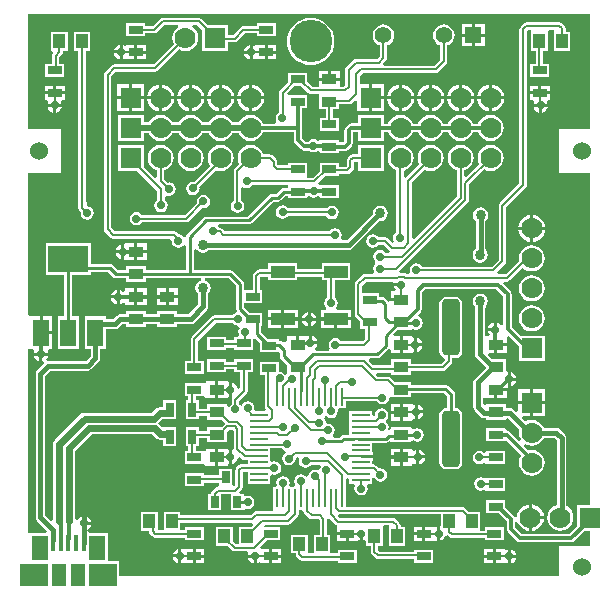
<source format=gtl>
%FSTAX44Y44*%
%MOIN*%
%SFA1B1*%

%IPPOS*%
%AMD12*
4,1,8,-0.014800,-0.094500,0.014800,-0.094500,0.029500,-0.079700,0.029500,0.079700,0.014800,0.094500,-0.014800,0.094500,-0.029500,0.079700,-0.029500,-0.079700,-0.014800,-0.094500,0.0*
1,1,0.029520,-0.014800,-0.079700*
1,1,0.029520,0.014800,-0.079700*
1,1,0.029520,0.014800,0.079700*
1,1,0.029520,-0.014800,0.079700*
%
%ADD10C,0.060000*%
%ADD11C,0.005000*%
G04~CAMADD=12~8~0.0~0.0~590.6~1889.8~147.6~0.0~15~0.0~0.0~0.0~0.0~0~0.0~0.0~0.0~0.0~0~0.0~0.0~0.0~180.0~590.0~1890.0*
%ADD12D12*%
%ADD13R,0.059060X0.011020*%
%ADD14R,0.011020X0.059060*%
%ADD15R,0.055120X0.091000*%
%ADD16R,0.134000X0.091000*%
%ADD17R,0.078740X0.039370*%
%ADD18R,0.047240X0.027560*%
%ADD19R,0.027560X0.047240*%
%ADD20R,0.027140X0.038530*%
%ADD21R,0.093700X0.074800*%
%ADD22R,0.045280X0.074800*%
%ADD23R,0.057090X0.082680*%
%ADD24R,0.017720X0.054330*%
%ADD25R,0.017500X0.054330*%
%ADD26R,0.039370X0.047240*%
%ADD27R,0.051180X0.035430*%
%ADD28C,0.016000*%
%ADD29C,0.012000*%
%ADD30C,0.024000*%
%ADD31C,0.008000*%
%ADD32C,0.010000*%
%ADD33C,0.020000*%
%ADD34C,0.055120*%
%ADD35R,0.055120X0.055120*%
%ADD36C,0.070000*%
%ADD37R,0.070000X0.070000*%
%ADD38R,0.070000X0.070000*%
%ADD39C,0.141730*%
%ADD40C,0.028000*%
%ADD41C,0.034000*%
%LNrpcb6996130008r02-1*%
%LPD*%
G36*
X0003885Y00041D02*
X0003781D01*
Y0003955*
X0003885*
Y0002849*
X0003842*
Y00027781*
X0003816Y00027522*
X00036569*
X00036342Y00027749*
Y00027903*
X00036421Y00027919*
X00036456Y00027833*
X00036529Y00027739*
X00036623Y00027666*
X00036732Y00027621*
X000368Y00027612*
Y0002806*
Y00028507*
X00036732Y00028498*
X00036623Y00028453*
X00036529Y0002838*
X00036456Y00028286*
X00036411Y00028177*
X000364Y00028096*
X00036323Y00028078*
X00036319Y00028083*
X000363Y0002811*
X00036016Y00028395*
Y00028643*
X00035383*
Y00028208*
X00035799*
X00036057Y0002795*
Y0002769*
X00036068Y00027635*
X00036099Y00027589*
X00036409Y00027279*
X00036436Y0002726*
X00036455Y00027248*
X0003651Y00027237*
X0003822*
X00038274Y00027248*
X0003832Y00027279*
X00038671Y0002763*
X0003885*
Y0002713*
X0003781*
Y000261*
X00023148*
Y00026607*
X0002278*
Y00027552*
X00022152*
Y00027572*
X00022088*
X00022064Y00027649*
X00022136Y00027697*
X00022189Y00027776*
X00022198Y0002782*
X00021963*
Y0002787*
X00021913*
Y00028104*
X00021869Y00028096*
X0002179Y00028043*
X0002176Y00027998*
X00021683Y00028021*
Y00030295*
X00022224Y00030836*
X00024245*
X00024365Y00030715*
X00024405Y00030689*
X00024432Y00030671*
X0002451Y00030656*
X00024608*
Y00030443*
X00025043*
Y00031076*
X00024608*
X00024582*
X00024474Y00031184*
X00024454Y00031215*
X00024574Y00031336*
X00024608*
Y00031333*
X00025043*
Y00031966*
X00024608*
Y00031743*
X0002449*
X00024412Y00031728*
X00024385Y0003171*
X00024345Y00031684*
X00024225Y00031563*
X0002199*
X00021912Y00031548*
X00021845Y00031504*
X00020995Y00030654*
X00020951Y00030588*
X00020936Y0003051*
Y00027989*
X00020862Y00027958*
X00020683Y00028137*
Y00032792*
X00020847Y00032956*
X0002209*
X00022152Y00032969*
X00022205Y00033004*
X00022467Y00033266*
X00022502Y00033319*
X00022515Y00033382*
Y00033697*
X00022707*
Y00034346*
X0002301*
X00023072Y00034359*
X00023125Y00034394*
X00023243Y00034512*
X00023364*
Y00034418*
X00024035*
Y00034512*
X00024414*
Y00034418*
X00025085*
Y00034512*
X00025526*
X00025588Y00034525*
X00025641Y0003456*
X00026065Y00034984*
X000261Y00035037*
X00026113Y000351*
Y00035535*
X0002612Y00035539*
X00026175Y00035622*
X00026194Y0003572*
X00026175Y00035817*
X0002612Y000359*
X00026037Y00035955*
X00025995Y00035963*
X00026003Y00036043*
X00026799*
X00027047Y00035795*
Y0003502*
X00027057Y00034969*
X00027062Y00034962*
X00027031Y00034888*
X00027024Y00034887*
X00026951Y00034838*
X00026927Y00034802*
X0002632*
X00026273Y00034793*
X00026233Y00034766*
X00025563Y00034096*
X00025537Y00034056*
X00025527Y0003401*
Y00033291*
X00025333*
Y00032856*
X00025966*
Y00033291*
X00025772*
Y00033959*
X0002637Y00034557*
X00026927*
X00026951Y00034521*
X00027024Y00034472*
X0002711Y00034455*
X00027118Y00034457*
X00027162Y0003439*
X00027132Y00034345*
X00027115Y0003426*
X00027132Y00034174*
X0002714Y00034162*
X00027102Y00034091*
X00026983*
Y00033972*
X00026716*
Y00034091*
X00026083*
Y00033656*
X00026716*
Y00033727*
X00026983*
Y00033656*
X00027616*
Y00034001*
X0002769Y00034032*
X00027833Y00033888*
Y00033566*
X00028466*
X00028507Y00033525*
Y0003345*
X00028517Y00033399*
X00028546Y00033356*
X00028754Y00033148*
Y00032838*
X00028677Y00032815*
X00028648Y00032858*
X00028575Y00032907*
X0002849Y00032924*
X00028466Y00032943*
Y00033253*
X00027833*
Y00032818*
X00027997*
Y0003177*
X00028006Y00031723*
X0002803Y00031688*
X00027992Y00031617*
X00027699*
X00027648Y00031679*
X00027654Y0003171*
X00027637Y00031795*
X00027588Y00031868*
X00027515Y00031917*
X0002743Y00031934*
X00027344Y00031917*
X00027271Y00031868*
X00027222Y00031795*
X00027178Y00031828*
X00027142Y00031852*
Y00031939*
X00027386Y00032183*
X00027413Y00032223*
X00027422Y0003227*
Y00032908*
X00027616*
Y00033343*
X00026983*
Y00033248*
X00026716*
Y00033343*
X00026083*
Y00032908*
X00026716*
Y00033003*
X00026983*
Y00032908*
X00027177*
Y00032381*
X00027113Y00032333*
X00027095Y00032338*
X0002708Y00032417*
X00027027Y00032497*
X00026947Y0003255*
X00026904Y00032558*
Y00032324*
Y00032039*
X00026907Y00032036*
X00026897Y0003199*
Y00031852*
X00026861Y00031828*
X00026812Y00031755*
X00026735Y00031771*
Y00031833*
X00026064*
Y00031698*
X00025791*
Y00031966*
X00025696*
Y00032108*
X00025966*
X00025987*
X00026044Y00032051*
Y00032046*
X0002635*
Y00032324*
Y00032601*
X00026044*
Y00032543*
X00025966*
X00025333*
Y00032108*
X00025451*
Y00031966*
X00025356*
Y00031333*
X00025791*
Y00031453*
X00026064*
Y00031318*
X00026558*
X00026609Y00031267*
X00026663Y00031186*
X00026558Y00031081*
X00026064*
Y00030946*
X00025791*
Y00031076*
X00025356*
Y00030443*
X00025451*
Y00030291*
X00025333*
Y00029856*
X00025556*
X000256Y00029847*
X00025643Y00029856*
X00025966*
X00025987*
X00026044Y00029799*
Y00029798*
X0002635*
Y00030076*
Y00030353*
X00026044*
Y00030291*
X00025966*
X00025696*
Y00030443*
X00025791*
Y00030701*
X00026064*
Y00030566*
X00026735*
Y00030912*
X000268Y00030977*
X00026939*
X00026957Y00030959*
Y00030366*
X000269Y00030319*
Y0003008*
Y00029845*
X00026943Y00029853*
X00027023Y00029907*
X00027076Y00029986*
X00027091Y00030063*
X00027168Y00030086*
X00027236Y00030018*
X00027276Y00029991*
X00027323Y00029982*
X00027431*
Y00029969*
Y00029846*
Y00029842*
X0002721*
X00027163Y00029833*
X00027123Y00029806*
X00027053Y00029736*
X00027027Y00029696*
X00027017Y0002965*
Y0002913*
X00026989Y00029102*
X00026915Y00029133*
Y00029152*
Y00029697*
X00026484*
Y00029472*
X00025966*
Y00029543*
X00025333*
Y00029108*
X00025966*
Y00029227*
X00026484*
Y00029152*
Y00029136*
X0002643Y00029082*
X00026383Y00029073*
X00026343Y00029046*
X00026239Y00028942*
X00026212Y00028902*
X00026203Y00028856*
Y00028847*
X0002611*
Y00028302*
X00026541*
Y00028837*
X00026858*
Y00028302*
X00027289*
Y0002831*
X00027351Y00028361*
X0002743Y00028345*
X00027515Y00028362*
X00027588Y00028411*
X00027637Y00028484*
X00027654Y0002857*
X00027637Y00028655*
X00027588Y00028728*
X00027515Y00028777*
X0002743Y00028794*
X00027351Y00028778*
X00027289Y00028829*
Y00028847*
X00027185*
X00027154Y00028921*
X00027226Y00028993*
X00027253Y00029033*
X00027262Y0002908*
Y00029597*
X00027431*
Y00029575*
Y00029379*
Y00029182*
X00028182*
Y00029379*
Y0002945*
X00028244Y000295*
X0002832Y00029485*
X00028405Y00029502*
X00028478Y00029551*
X00028527Y00029624*
X00028544Y0002971*
X00028527Y00029795*
X00028478Y00029868*
X00028405Y00029917*
X0002832Y00029934*
X00028244Y00029919*
X00028182Y0002997*
Y00030166*
Y00030363*
Y00030376*
X00028564*
X00028581Y00030351*
X00028654Y00030302*
X00028673Y00030298*
X00028689Y0003022*
X00028641Y00030188*
X00028592Y00030115*
X00028575Y0003003*
X00028592Y00029944*
X00028641Y00029871*
X00028714Y00029822*
X000288Y00029805*
X00028885Y00029822*
X00028958Y00029871*
X00029007Y00029944*
X00029024Y0003003*
X00029036Y00030057*
X00029116Y00030067*
X0002915Y00030025*
X00029135Y0002995*
X00029152Y00029864*
X00029201Y00029791*
X00029274Y00029742*
X0002936Y00029725*
X00029445Y00029742*
X00029518Y00029791*
X00029542Y00029827*
X00029825*
X00029863Y00029757*
X00029842Y00029725*
X00029832Y00029675*
X00029758Y00029645*
X00029755Y00029647*
X0002967Y00029664*
X00029584Y00029647*
X00029511Y00029598*
X00029462Y00029525*
X00029445Y00029441*
X00029367Y00029425*
X00029358Y00029438*
X00029285Y00029487*
X000292Y00029504*
X00029114Y00029487*
X00029041Y00029438*
X00028992Y00029365*
X00028975Y0002928*
X00028992Y00029194*
X0002902Y00029152*
X00028982Y00029082*
X0002887*
X00028819Y00029144*
X00028834Y0002922*
X00028817Y00029305*
X00028768Y00029378*
X00028695Y00029427*
X0002861Y00029444*
X00028524Y00029427*
X00028451Y00029378*
X00028402Y00029305*
X00028385Y0002922*
X000284Y00029144*
X0002835Y00029082*
X00028282*
Y00028331*
X00028232Y00028282*
X0002772*
X00027673Y00028273*
X00027633Y00028246*
X00027529Y00028142*
X00025178*
Y00028249*
X00024624*
Y00027642*
X0002443*
Y00028249*
X00023876*
Y00027616*
X0002412*
X00024137Y000276*
X00024147Y00027553*
X00024173Y00027513*
X00024253Y00027433*
X00024293Y00027407*
X0002434Y00027397*
X00025333*
Y00027306*
X00025966*
Y00027741*
X00025333*
Y00027642*
X00025178*
Y00027897*
X0002757*
X00027589Y00027851*
X00027595Y00027818*
X00027526Y00027749*
X00027124*
Y00027182*
X0002704*
X0002693Y00027292*
Y00027749*
X00026376*
Y00027116*
X0002676*
X00026903Y00026973*
X00026943Y00026947*
X0002699Y00026937*
X00027419*
X00027453Y00026873*
X00027445Y0002683*
X0002768*
Y0002678*
X0002773*
Y00026545*
X00027773Y00026553*
X00027795Y00026568*
X00027863Y00026538*
X0002815*
Y00026776*
Y00027013*
X00027871*
X0002784Y00027087*
X00028059Y00027306*
X00028516*
Y00027741*
X00027969*
X00027961Y00027761*
X00028005Y00027827*
X0002876*
X00028806Y00027837*
X00028846Y00027863*
X00029094Y00028111*
X0002912Y00028151*
X0002913Y00028197*
Y00028331*
X00029245*
X00029279Y00028298*
X00029288Y00028251*
X00029315Y00028211*
X00029473Y00028053*
X00029513Y00028027*
X0002956Y00028017*
X00029779*
X00029827Y00027969*
Y00027499*
X00029624*
Y00026872*
X0002943*
Y00027499*
X00028876*
Y00026866*
X00029031*
Y00026836*
X0002904Y00026789*
X00029067Y00026749*
X00029153Y00026663*
X00029193Y00026637*
X0002924Y00026627*
X00030433*
Y00026558*
X00031066*
Y00026993*
X00030433*
Y00026872*
X00030178*
Y00027499*
X00030072*
Y0002801*
X00030118Y00028029*
X00030151Y00028035*
X00030343Y00027843*
X00030383Y00027817*
X00030413Y0002781*
Y00027761*
Y00027751*
Y00027574*
X0003075*
Y00027524*
X000308*
Y00027286*
X00031086*
Y00027287*
X00031116Y00027303*
X0003116Y00027295*
Y0002753*
X0003126*
Y00027295*
X00031303Y00027303*
X00031306Y00027305*
X00031376Y00027267*
Y00027116*
X00031531*
Y00026926*
X0003154Y00026879*
X00031567Y00026839*
X00031693Y00026713*
X00031733Y00026687*
X0003178Y00026677*
X00032983*
Y00026558*
X00033616*
Y00026993*
X00032983*
Y00026922*
X0003183*
X00031775Y00026977*
Y00027116*
X0003193*
Y00027749*
Y00027751*
X00031987Y00027807*
X00032124*
Y00027749*
Y00027116*
X00032678*
Y00027749*
X00032522*
Y000278*
X00032513Y00027846*
X00032486Y00027886*
X00032356Y00028016*
X00032316Y00028043*
X0003227Y00028052*
X00030488*
X00030447Y00028121*
X00030472Y00028168*
X0003048Y00028167*
X00033876*
Y0002782*
X0003384Y0002779*
Y0002753*
Y00027295*
X00033883Y00027303*
X00033963Y00027357*
X00034016Y00027436*
X0003402Y00027457*
X00034096Y0002748*
X00034163Y00027413*
X00034203Y00027387*
X0003425Y00027377*
X00035333*
Y00027306*
X00035966*
Y00027741*
X00035333*
Y00027622*
X00035178*
Y00028249*
X00034813*
X00034687Y00028375*
X00034647Y00028402*
X000346Y00028411*
X00030717*
Y00029082*
X00030705*
Y00029341*
X00030745Y00029374*
X00030817Y0002934*
Y00029182*
X00030967*
X00031002Y00029115*
X00030985Y0002903*
X00031002Y00028944*
X00031051Y00028871*
X00031124Y00028822*
X0003121Y00028805*
X00031295Y00028822*
X00031368Y00028871*
X00031417Y00028944*
X00031434Y0002903*
X00031417Y00029115*
X00031452Y00029182*
X00031568*
Y00029378*
X00031571Y00029379*
X00031659*
X00031691Y00029331*
X00031764Y00029282*
X0003185Y00029265*
X00031935Y00029282*
X00032008Y00029331*
X00032057Y00029404*
X00032074Y0002949*
X00032057Y00029575*
X00032008Y00029648*
X00031935Y00029697*
X0003185Y00029714*
X00031807Y00029705*
X00031715Y00029797*
X00031675Y00029824*
X00031629Y00029833*
X00031568*
Y00029949*
X00031588*
Y00030054*
X00031192*
Y00030154*
X00031588*
Y00030259*
X00031568*
Y00030363*
Y00030557*
X0003204*
X0003209Y00030567*
X00032133Y00030596*
X0003214Y00030602*
X00032214Y00030572*
Y00030566*
X00032885*
Y000306*
X00032956Y00030638*
X00032994Y00030612*
X0003308Y00030595*
X00033165Y00030612*
X00033238Y00030661*
X00033287Y00030734*
X00033304Y0003082*
X00033287Y00030905*
X00033238Y00030978*
X00033165Y00031027*
X0003308Y00031044*
X00032994Y00031027*
X00032956Y00031002*
X00032885Y00031039*
Y00031081*
X00032214*
Y00031004*
X00032143Y00030966*
X00032117Y00030983*
X00032117Y00030984*
X00032134Y0003107*
X00032117Y00031155*
X00032068Y00031228*
X00032051Y0003124*
X00032047Y0003132*
X00032048Y00031321*
X00032097Y00031394*
X00032114Y0003148*
X00032097Y00031565*
X00032048Y00031638*
X00031975Y00031687*
X0003189Y00031704*
X00031804Y00031687*
X00031731Y00031638*
X00031682Y00031565*
X00031665Y0003148*
X00031667Y0003147*
X00031643Y0003144*
X00031568Y00031467*
Y00031617*
X00030817*
Y00031347*
Y0003115*
Y00030953*
Y00030822*
X0003064*
X00030589Y00030812*
X00030546Y00030783*
X00030495Y00030732*
X00030288*
X00030265Y00030809*
X00030268Y00030811*
X00030317Y00030884*
X00030334Y0003097*
X00030317Y00031055*
X00030268Y00031128*
X00030195Y00031177*
X0003011Y00031194*
X00030089Y0003119*
X00030023Y00031234*
X00030007Y00031315*
X00029966Y00031376*
X00029992Y00031424*
X00030015Y00031447*
X00030047*
X00030051Y00031441*
X00030124Y00031392*
X0003021Y00031375*
X00030295Y00031392*
X00030368Y00031441*
X00030417Y00031514*
X00030434Y000316*
X00030423Y00031655*
X00030474Y00031717*
X00030717*
Y00031937*
X00031737*
X00031761Y00031901*
X00031834Y00031852*
X0003192Y00031835*
X00032005Y00031852*
X00032078Y00031901*
X00032127Y00031974*
X00032144Y0003206*
X00032214Y00032066*
X00032885*
Y00032227*
X00033965*
X00034067Y00032125*
Y00031728*
X00034052*
X00033963Y00031711*
X00033888Y00031661*
X00033837Y00031585*
X0003382Y00031496*
Y00029902*
X00033837Y00029813*
X00033888Y00029738*
X00033963Y00029687*
X00034052Y0002967*
X00034347*
X00034436Y00029687*
X00034511Y00029738*
X00034562Y00029813*
X00034579Y00029902*
Y00031496*
X00034562Y00031585*
X00034511Y00031661*
X00034436Y00031711*
X00034347Y00031728*
X00034332*
Y0003218*
X00034322Y0003223*
X00034293Y00032273*
X00034113Y00032453*
X0003407Y00032482*
X0003402Y00032492*
X00032885*
Y00032581*
X00032351*
X00032206Y00032726*
X00032166Y00032753*
X0003212Y00032762*
X00031768*
X00031707Y00032823*
X00031737Y00032897*
X00032214*
Y00032818*
X00032885*
Y00032953*
X00033936*
X00033982Y00032962*
X00034022Y00032989*
X00034216Y00033183*
X00034243Y00033223*
X00034252Y0003327*
Y00033371*
X00034347*
X00034436Y00033388*
X00034511Y00033439*
X00034562Y00033514*
X00034579Y00033603*
Y00035197*
X00034562Y00035286*
X00034511Y00035361*
X00034436Y00035412*
X00034347Y00035429*
X00034052*
X00033963Y00035412*
X00033888Y00035361*
X00033837Y00035286*
X0003382Y00035197*
Y00033603*
X00033837Y00033514*
X00033888Y00033439*
X00033963Y00033388*
X00033973Y00033386*
X00033997Y0003331*
X00033885Y00033198*
X00032885*
Y00033333*
X00032214*
Y00033142*
X00031614*
X00031463Y00033293*
X00031494Y00033367*
X0003175*
X000318Y00033377*
X00031843Y00033406*
X0003212Y00033682*
X00032143Y00033673*
X00032194Y00033639*
Y00033546*
X000325*
Y00033824*
Y00034101*
X00032313*
X00032282Y00034175*
X00032426Y00034318*
X00032885*
X00032943Y00034349*
X00032954Y00034342*
X0003304Y00034325*
X00033125Y00034342*
X00033198Y00034391*
X00033247Y00034464*
X00033264Y0003455*
X00033247Y00034635*
X00033198Y00034708*
X00033125Y00034757*
X00033103Y00034831*
X0003319Y00034919*
X00033209Y00034946*
X00033221Y00034965*
X00033232Y0003502*
Y0003557*
X00033339Y00035677*
X0003571*
X00035947Y0003544*
Y00034499*
X0003587Y00034476*
X00035853Y00034503*
X00035773Y00034556*
X0003573Y00034564*
Y0003433*
X0003568*
Y0003428*
X00035445*
X00035453Y00034236*
X00035497Y00034171*
X00035459Y00034101*
X00035344*
X00035323Y00034122*
Y00035065*
X0003536Y00035089*
X00035415Y00035172*
X00035434Y0003527*
X00035415Y00035367*
X0003536Y0003545*
X00035277Y00035505*
X0003518Y00035524*
X00035082Y00035505*
X00034999Y0003545*
X00034944Y00035367*
X00034925Y0003527*
X00034944Y00035172*
X00034996Y00035094*
Y0003352*
X00035009Y00033457*
X00035044Y00033404*
X00035364Y00033085*
Y00033064*
X00034994Y00032695*
X00034959Y00032642*
X00034946Y0003258*
Y0003174*
X00034959Y00031677*
X00034994Y00031624*
X00035184Y00031434*
X00035237Y00031399*
X000353Y00031386*
X00035364*
Y00031318*
X00036035*
Y00031348*
X00036109Y00031379*
X00036482Y00031006*
X00036481Y00031002*
X00036466Y0003089*
X00036481Y00030777*
X00036524Y00030673*
X00036533Y00030661*
X00036473Y00030608*
X00036156Y00030924*
X0003611Y00030955*
X00036056Y00030966*
X00036016Y00031006*
Y00031041*
X00035383*
Y00030606*
X00036016*
X00036055Y00030622*
X00036544Y00030133*
X00036524Y00030106*
X00036481Y00030002*
X00036466Y0002989*
X00036481Y00029777*
X00036524Y00029673*
X00036593Y00029583*
X00036683Y00029514*
X00036787Y00029471*
X000369Y00029456*
X00037012Y00029471*
X00037116Y00029514*
X00037206Y00029583*
X00037275Y00029673*
X00037318Y00029777*
X00037333Y0002989*
X00037318Y00030002*
X00037275Y00030106*
X00037206Y00030196*
X00037116Y00030265*
X00037012Y00030308*
X000369Y00030323*
X00036787Y00030308*
X00036777Y00030304*
X00036618Y00030463*
X00036671Y00030523*
X00036683Y00030514*
X00036787Y00030471*
X000369Y00030456*
X00037012Y00030471*
X00037116Y00030514*
X00037206Y00030583*
X00037275Y00030673*
X00037297Y00030726*
X00037642*
X00037726Y00030642*
Y00028474*
X00037633Y00028435*
X00037543Y00028366*
X00037474Y00028276*
X00037431Y00028172*
X00037416Y0002806*
X00037431Y00027947*
X00037474Y00027843*
X00037543Y00027753*
X00037633Y00027684*
X00037737Y00027641*
X0003785Y00027626*
X00037962Y00027641*
X00038066Y00027684*
X00038156Y00027753*
X00038225Y00027843*
X00038268Y00027947*
X00038283Y0002806*
X00038268Y00028172*
X00038225Y00028276*
X00038156Y00028366*
X00038066Y00028435*
X00038053Y00028441*
Y0003071*
X0003804Y00030772*
X00038005Y00030825*
X00037825Y00031005*
X00037772Y0003104*
X0003771Y00031053*
X00037297*
X00037275Y00031106*
X00037206Y00031196*
X00037116Y00031265*
X00037012Y00031308*
X000369Y00031323*
X00036787Y00031308*
X00036684Y00031266*
X00036584Y00031366*
X00036615Y0003144*
X0003685*
Y0003184*
X0003645*
Y00031605*
X00036376Y00031574*
X00036285Y00031665*
X00036232Y000317*
X0003617Y00031713*
X00036035*
Y00031833*
X00035364*
Y00031821*
X00035339Y00031811*
X00035273Y00031855*
Y00032046*
X00035344*
X0003565*
Y00032324*
X000357*
Y00032374*
X00036055*
Y00032389*
X0003609Y00032416*
Y0003268*
Y00032922*
X00036035Y00032967*
Y00033333*
X00035577*
X00035437Y00033472*
X00035468Y00033546*
X0003565*
Y00033824*
X000357*
Y00033874*
X00036055*
Y00034087*
X00036129Y00034118*
X0003647Y00033778*
Y0003327*
X0003733*
Y0003413*
X00036521*
X00036232Y00034419*
Y000355*
X00036221Y00035554*
X00036211Y0003557*
X0003621Y00035572*
X00036209Y00035573*
X0003619Y000356*
X00035935Y00035856*
X00035965Y0003593*
X00036073*
X00036119Y0003594*
X00036159Y00035966*
X00036586Y00036393*
X00036593Y00036393*
X00036683Y00036324*
X00036787Y00036281*
X000369Y00036266*
X00037012Y00036281*
X00037116Y00036324*
X00037206Y00036393*
X00037275Y00036483*
X00037318Y00036587*
X00037333Y000367*
X00037318Y00036812*
X00037275Y00036916*
X00037206Y00037006*
X00037116Y00037075*
X00037012Y00037118*
X000369Y00037133*
X00036787Y00037118*
X00036683Y00037075*
X00036593Y00037006*
X00036524Y00036916*
X00036481Y00036812*
X00036466Y000367*
X00036475Y00036628*
X00036022Y00036175*
X00035762*
X00035732Y00036249*
X00036006Y00036523*
X00036033Y00036563*
X00036042Y0003661*
Y00038409*
X00036696Y00039063*
X00036723Y00039103*
X00036732Y0003915*
Y00044289*
X0003677Y00044327*
X00036876*
Y00044249*
Y00043616*
X00037031*
Y00043191*
X00036853*
Y00042756*
X00037486*
Y00043191*
X00037275*
Y00043616*
X0003743*
Y00044249*
Y00044271*
X00037487Y00044327*
X00037624*
Y00044249*
Y00043616*
X00038178*
Y00044249*
X00038023*
Y00044368*
X00038014Y00044415*
X00037988Y00044454*
X00037906Y00044536*
X00037866Y00044563*
X0003782Y00044572*
X0003672*
X00036673Y00044563*
X00036633Y00044536*
X00036523Y00044426*
X00036497Y00044386*
X00036487Y0004434*
Y000392*
X00035833Y00038546*
X00035807Y00038506*
X00035797Y0003846*
Y0003666*
X00035569Y00036432*
X00033239*
X00033208Y00036478*
X00033135Y00036527*
X0003305Y00036544*
X00032964Y00036527*
X00032891Y00036478*
X00032842Y00036405*
X00032825Y0003632*
X00032842Y00036237*
X00032791Y00036175*
X00032734Y00036176*
X00032694Y00036203*
X00032647Y00036212*
X00032512*
X00032481Y00036286*
X00034774Y00038578*
X000348Y00038618*
X00034809Y00038665*
Y00039159*
X0003532Y0003967*
X00035415Y00039631*
X00035527Y00039616*
X00035639Y00039631*
X00035744Y00039674*
X00035834Y00039743*
X00035903Y00039833*
X00035946Y00039937*
X00035961Y0004005*
X00035946Y00040162*
X00035903Y00040266*
X00035834Y00040356*
X00035744Y00040425*
X00035639Y00040468*
X00035527Y00040483*
X00035415Y00040468*
X0003531Y00040425*
X0003522Y00040356*
X00035152Y00040266*
X00035108Y00040162*
X00035093Y0004005*
X00035108Y00039937*
X00035147Y00039843*
X00034723Y00039419*
X00034649Y00039449*
Y00039635*
X00034744Y00039674*
X00034834Y00039743*
X00034903Y00039833*
X00034946Y00039937*
X00034961Y0004005*
X00034946Y00040162*
X00034903Y00040266*
X00034834Y00040356*
X00034744Y00040425*
X00034639Y00040468*
X00034527Y00040483*
X00034415Y00040468*
X0003431Y00040425*
X0003422Y00040356*
X00034152Y00040266*
X00034108Y00040162*
X00034093Y0004005*
X00034108Y00039937*
X00034152Y00039833*
X0003422Y00039743*
X0003431Y00039674*
X00034405Y00039635*
Y00038782*
X00032966Y00037343*
X00032892Y00037373*
Y00039239*
X00033322Y00039669*
X00033415Y00039631*
X00033527Y00039616*
X00033639Y00039631*
X00033744Y00039674*
X00033834Y00039743*
X00033903Y00039833*
X00033946Y00039937*
X00033961Y0004005*
X00033946Y00040162*
X00033903Y00040266*
X00033834Y00040356*
X00033744Y00040425*
X00033639Y00040468*
X00033527Y00040483*
X00033415Y00040468*
X0003331Y00040425*
X0003322Y00040356*
X00033152Y00040266*
X00033108Y00040162*
X00033093Y0004005*
X00033108Y00039937*
X00033148Y00039841*
X00032696Y00039389*
X00032622Y00039419*
Y00039628*
X00032639Y00039631*
X00032744Y00039674*
X00032834Y00039743*
X00032903Y00039833*
X00032946Y00039937*
X00032961Y0004005*
X00032946Y00040162*
X00032903Y00040266*
X00032834Y00040356*
X00032744Y00040425*
X00032639Y00040468*
X00032527Y00040483*
X00032415Y00040468*
X0003231Y00040425*
X0003222Y00040356*
X00032152Y00040266*
X00032108Y00040162*
X00032093Y0004005*
X00032108Y00039937*
X00032152Y00039833*
X0003222Y00039743*
X0003231Y00039674*
X00032377Y00039646*
Y00037579*
X00032331Y00037548*
X00032282Y00037475*
X00032265Y0003739*
X00032282Y00037304*
X00032305Y0003727*
X00032243Y00037219*
X00032096Y00037366*
X00032056Y00037393*
X0003201Y00037402*
X00031782*
X00031758Y00037438*
X00031685Y00037487*
X000316Y00037504*
X00031514Y00037487*
X00031441Y00037438*
X00031392Y00037365*
X00031375Y0003728*
X00031392Y00037194*
X00031441Y00037121*
X00031514Y00037072*
X000316Y00037055*
X00031685Y00037072*
X00031758Y00037121*
X00031782Y00037157*
X00031959*
X00032143Y00036973*
X00032165Y00036958*
X00032142Y00036882*
X00032022*
X00031998Y00036918*
X00031925Y00036967*
X0003184Y00036984*
X00031754Y00036967*
X00031681Y00036918*
X00031632Y00036845*
X00031615Y0003676*
X00031632Y00036674*
X00031681Y00036601*
Y00036525*
X00031671Y00036518*
X00031622Y00036445*
X00031605Y0003636*
X00031622Y00036274*
X00031641Y00036245*
X00031603Y00036175*
X00031323*
X00031276Y00036166*
X00031236Y00036139*
X00031033Y00035936*
X00031007Y00035896*
X00030997Y0003585*
Y0003484*
X00031007Y00034793*
X00031033Y00034753*
X00031183Y00034603*
Y00034358*
X00031337*
Y0003403*
X00031259Y00033952*
X00030532*
X00030508Y00033988*
X00030435Y00034037*
X0003035Y00034054*
X00030264Y00034037*
X00030191Y00033988*
X00030142Y00033915*
X00030125Y0003383*
X00030142Y00033744*
X0003017Y00033703*
X00030132Y00033632*
X00029704*
X00029681Y00033709*
X00029693Y00033717*
X00029746Y00033796*
X00029754Y0003384*
X0002952*
Y0003389*
X0002947*
Y00034124*
X00029426Y00034116*
X00029404Y00034101*
X0002914*
Y00033824*
X0002904*
Y00034101*
X00028734*
Y00033974*
X00028664Y00033904*
X00028663Y00033903*
X0002862Y00033932*
X0002857Y00033942*
X00028466*
Y00034001*
X00028173*
X0002815Y00034006*
X00028126Y00034001*
X00028095*
X00027862Y00034234*
Y00034458*
X00027916*
Y00034893*
X00027493*
X00027312Y00035074*
Y00035206*
X00027916*
Y00035641*
X00027842*
Y00036069*
X00027868Y00036095*
X00028121*
Y0003598*
X00029068*
Y00036095*
X00029896*
Y0003598*
X00030087*
Y00035392*
X00030051Y00035368*
X00030002Y00035295*
X00029985Y0003521*
X00030002Y00035124*
X00030049Y00035054*
X0003003Y0003502*
X00030006Y00034984*
X00029876*
Y00034737*
X00030863*
Y00034984*
X00030413*
X00030389Y0003502*
X0003037Y00035054*
X00030417Y00035124*
X00030434Y0003521*
X00030417Y00035295*
X00030368Y00035368*
X00030332Y00035392*
Y0003598*
X00030843*
Y00036534*
X00029896*
Y0003634*
X00029068*
Y00036534*
X00028121*
Y0003634*
X00027818*
X00027771Y00036331*
X00027731Y00036304*
X00027633Y00036206*
X00027607Y00036166*
X00027597Y0003612*
Y00035641*
X00027312*
Y0003585*
X00027302Y000359*
X00027273Y00035943*
X00026947Y00036269*
X00026904Y00036298*
X00026854Y00036308*
X00025642*
Y00036992*
X00025719Y00037015*
X00025749Y00036969*
X00025832Y00036914*
X0002593Y00036895*
X00026027Y00036914*
X0002611Y00036969*
X00026121Y00036986*
X000308*
X00030862Y00036999*
X00030915Y00037034*
X00031829Y00037949*
X0003185Y00037945*
X00031947Y00037964*
X0003203Y00038019*
X00032085Y00038102*
X00032104Y000382*
X00032085Y00038297*
X0003203Y0003838*
X00031947Y00038435*
X0003185Y00038454*
X00031752Y00038435*
X00031669Y0003838*
X00031614Y00038297*
X00031595Y000382*
X00031599Y00038179*
X00030732Y00037313*
X00030578*
X0003054Y00037383*
X00030547Y00037394*
X00030564Y0003748*
X00030547Y00037565*
X00030498Y00037638*
X00030425Y00037687*
X0003034Y00037704*
X00030254Y00037687*
X00030181Y00037638*
X00030157Y00037602*
X0002666*
X00026576Y00037686*
X00026536Y00037713*
X0002649Y00037722*
X00026479*
X00026441Y00037792*
X00026469Y00037834*
X00027467*
X00027517Y00037844*
X0002756Y00037873*
X00028287Y00038599*
X00028432*
X00028483Y0003861*
X00028526Y00038638*
X0002868Y00038793*
X00028783*
Y00038708*
X00029416*
Y00038743*
X00029486Y00038781*
X00029544Y00038742*
X0002963Y00038725*
X00029715Y00038742*
X00029763Y00038774*
X00029833Y00038736*
Y00038708*
X00030466*
Y00039143*
X00029833*
X00029801*
X0002977Y00039217*
X00030009Y00039456*
X00030466*
Y00039517*
X0003075*
X00030796Y00039527*
X00030836Y00039553*
X00030936Y00039653*
X00030963Y00039693*
X00030972Y0003974*
Y00039919*
X0003098Y00039927*
X00031097*
Y0003962*
X00031957*
Y0004048*
X00031097*
Y00040172*
X0003093*
X00030883Y00040163*
X00030843Y00040136*
X00030763Y00040056*
X00030737Y00040016*
X00030727Y0003997*
Y0003979*
X00030699Y00039762*
X00030466*
Y00039891*
X00029833*
Y00039626*
X00029599Y00039392*
X00029416*
Y00039456*
Y00039891*
X00028783*
Y00039802*
X0002844*
X00028412Y0003983*
Y0003993*
X00028403Y00039976*
X00028376Y00040016*
X00028256Y00040136*
X00028216Y00040163*
X0002817Y00040172*
X00027942*
X00027903Y00040266*
X00027834Y00040356*
X00027744Y00040425*
X00027639Y00040468*
X00027527Y00040483*
X00027415Y00040468*
X0002731Y00040425*
X0002722Y00040356*
X00027152Y00040266*
X00027108Y00040162*
X00027093Y0004005*
X00027108Y00039937*
X00027139Y00039862*
X00026993Y00039716*
X00026967Y00039676*
X00026957Y0003963*
Y00038626*
X00026931Y00038608*
X00026882Y00038535*
X00026865Y0003845*
X00026882Y00038364*
X00026931Y00038291*
X00027004Y00038242*
X0002709Y00038225*
X00027175Y00038242*
X00027248Y00038291*
X00027297Y00038364*
X00027314Y0003845*
X00027297Y00038535*
X00027248Y00038608*
X00027202Y00038639*
Y00039045*
X00027272Y00039083*
X00027304Y00039062*
X0002739Y00039045*
X00027475Y00039062*
X00027548Y00039111*
X00027572Y00039147*
X00028783*
Y00039143*
Y00039058*
X00028626*
X00028575Y00039048*
X00028532Y00039019*
X00028377Y00038865*
X00028232*
X00028181Y00038854*
X00028138Y00038826*
X00027412Y00038099*
X00026047*
X00025996Y00038089*
X00025953Y0003806*
X00025416Y00037523*
X00025387Y0003748*
X00025377Y0003743*
Y00037428*
X000253Y00037405*
X00025278Y00037438*
X00025205Y00037487*
X0002513Y00037502*
X00025066Y00037566*
X00025026Y00037593*
X0002498Y00037602*
X00023*
X00022882Y0003772*
Y00042779*
X0002303Y00042927*
X0002435*
X00024396Y00042937*
X00024436Y00042963*
X00025143Y0004367*
X00025237Y00043631*
X0002535Y00043616*
X00025462Y00043631*
X00025566Y00043674*
X00025656Y00043743*
X00025725Y00043833*
X00025768Y00043937*
X00025783Y0004405*
X00025768Y00044162*
X00025725Y00044266*
X00025656Y00044356*
X00025584Y00044411*
X0002561Y00044487*
X00025749*
X0002592Y00044317*
Y0004362*
X0002678*
Y00043907*
X0002699*
X00027036Y00043917*
X00027076Y00043943*
X00027334Y00044201*
X00027733*
Y00044106*
X00028366*
Y00044541*
X00027733*
Y00044446*
X00027284*
X00027237Y00044437*
X00027197Y0004441*
X00026939Y00044152*
X0002678*
Y0004448*
X00026103*
X00025886Y00044696*
X00025846Y00044723*
X000258Y00044732*
X000246*
X00024553Y00044723*
X00024513Y00044696*
X00024263Y00044446*
X00024016*
Y00044541*
X00023383*
Y00044106*
X00024016*
Y00044201*
X00024314*
X0002436Y00044211*
X000244Y00044237*
X0002465Y00044487*
X00025089*
X00025115Y00044411*
X00025043Y00044356*
X00024974Y00044266*
X00024931Y00044162*
X00024916Y0004405*
X00024931Y00043937*
X0002497Y00043843*
X00024299Y00043172*
X0002298*
X00022933Y00043163*
X00022893Y00043136*
X00022673Y00042916*
X00022647Y00042876*
X00022637Y0004283*
Y0003767*
X00022647Y00037623*
X00022673Y00037583*
X00022863Y00037393*
X00022887Y00037377*
X00022903Y00037367*
X0002295Y00037357*
X00024848*
X00024898Y00037295*
X00024895Y0003728*
X00024912Y00037194*
X00024961Y00037121*
X00025034Y00037072*
X0002512Y00037055*
X00025205Y00037072*
X00025278Y00037121*
X000253Y00037154*
X00025377Y00037131*
Y00036308*
X00024035*
Y00036433*
X00023364*
Y00036308*
X00023088*
X00022923Y00036473*
X0002288Y00036502*
X0002283Y00036512*
X00022196*
Y00037208*
X00020696*
Y00036138*
X00021313*
Y00034767*
X0002109*
Y00033697*
X00021802*
Y00034767*
X00021579*
Y00036138*
X00022196*
Y00036247*
X00022775*
X0002294Y00036082*
X00022983Y00036053*
X00023034Y00036043*
X00023364*
Y00035918*
X00024035*
Y00036043*
X00025876*
X00025884Y00035963*
X00025842Y00035955*
X00025759Y000359*
X00025704Y00035817*
X00025685Y0003572*
X00025704Y00035622*
X00025759Y00035539*
X00025786Y00035521*
Y00035167*
X00025458Y00034839*
X00025085*
Y00034933*
X00024414*
Y00034839*
X00024035*
Y00034933*
X00023364*
Y00034839*
X00023176*
X00023113Y00034826*
X0002306Y00034791*
X00022942Y00034673*
X00022707*
Y00034767*
X00021996*
Y00033697*
X00022188*
Y00033449*
X00022022Y00033283*
X0002078*
X00020752Y00033277*
X00020707Y00033344*
X00020756Y00033416*
X00020764Y0003346*
X0002058*
Y00033275*
X000206Y00033279*
X00020638Y00033208*
X00020404Y00032975*
X00020369Y00032922*
X00020356Y0003286*
Y0002807*
X00020369Y00028007*
X00020404Y00027954*
X00020732Y00027626*
X00020702Y00027552*
X00020123*
X000201Y00027576*
Y00033677*
X00020165*
X00020268*
X00020306Y00033607*
X00020303Y00033603*
X00020295Y0003356*
X00020764*
X00020756Y00033603*
X00020753Y00033607*
X00020791Y00033677*
X00020916*
Y00034182*
X00020541*
Y00034232*
X0002049*
Y00034787*
X00020165*
X00020156*
X000201Y00034844*
Y0003955*
X000212*
Y00041*
X000201*
Y0004485*
X0003885*
Y00041*
G37*
G36*
X00032293Y0003588D02*
X0003254D01*
Y0003578*
X00032305*
X00032313Y00035736*
X00032357Y00035671*
X00032319Y00035601*
X00032194*
Y00035374*
X0003255*
Y00035274*
X00032153*
X00032117Y00035263*
X00032103Y00035283*
X00032003Y00035383*
X0003196Y00035412*
X0003191Y00035422*
X00031816*
Y00035541*
X00031242*
Y00035799*
X00031373Y0003593*
X00032252*
X00032293Y0003588*
G37*
%LNrpcb6996130008r02-2*%
%LPC*%
G36*
X00036374Y0003263D02*
X0003619D01*
Y00032445*
X00036233Y00032453*
X00036313Y00032507*
X00036366Y00032586*
X00036374Y0003263*
G37*
G36*
X00029088Y00034637D02*
X00028645D01*
Y0003439*
X00029088*
Y00034637*
G37*
G36*
X0003563Y00034564D02*
X00035586Y00034556D01*
X00035507Y00034503*
X00035453Y00034423*
X00035445Y0003438*
X0003563*
Y00034564*
G37*
G36*
X00028545Y00034637D02*
X00028101D01*
Y0003439*
X00028545*
Y00034637*
G37*
G36*
X0003032D02*
X00029876D01*
Y0003439*
X0003032*
Y00034637*
G37*
G36*
X00029714Y0003462D02*
X0002953D01*
Y00034435*
X00029573Y00034443*
X00029653Y00034497*
X00029706Y00034576*
X00029714Y0003462*
G37*
G36*
X0002943Y00034904D02*
X00029386Y00034896D01*
X00029307Y00034843*
X00029253Y00034763*
X00029245Y0003472*
X0002943*
Y00034904*
G37*
G36*
X00030863Y00034637D02*
X0003042D01*
Y0003439*
X00030863*
Y00034637*
G37*
G36*
X0002943Y0003462D02*
X00029245D01*
X00029253Y00034576*
X00029307Y00034497*
X00029386Y00034443*
X0002943Y00034435*
Y0003462*
G37*
G36*
X00033254Y0003377D02*
X0003307D01*
Y00033585*
X00033113Y00033593*
X00033193Y00033647*
X00033246Y00033726*
X00033254Y0003377*
G37*
G36*
X00032905Y00034101D02*
D01*
X000326*
Y00033824*
Y00033546*
X00032905*
X00032926Y00033593*
X0003297Y00033585*
Y0003382*
Y00034054*
X00032926Y00034046*
X00032905Y00034101*
G37*
G36*
X0002048Y0003346D02*
X00020295D01*
X00020303Y00033416*
X00020357Y00033337*
X00020436Y00033283*
X0002048Y00033275*
Y0003346*
G37*
G36*
X00036055Y00033774D02*
X0003575D01*
Y00033546*
X00036055*
Y00033774*
G37*
G36*
X0003307Y00034054D02*
Y0003387D01*
X00033254*
X00033246Y00033913*
X00033193Y00033993*
X00033113Y00034046*
X0003307Y00034054*
G37*
G36*
X0003619Y00032914D02*
Y0003273D01*
X00036374*
X00036366Y00032773*
X00036313Y00032853*
X00036233Y00032906*
X0003619Y00032914*
G37*
G36*
X00020916Y00034787D02*
X0002059D01*
Y00034282*
X00020916*
Y00034787*
G37*
G36*
X0002957Y00034124D02*
Y0003394D01*
X00029754*
X00029746Y00033983*
X00029693Y00034063*
X00029613Y00034116*
X0002957Y00034124*
G37*
G36*
X000369Y00035133D02*
X00036787Y00035118D01*
X00036683Y00035075*
X00036593Y00035006*
X00036524Y00034916*
X00036481Y00034812*
X00036466Y000347*
X00036481Y00034587*
X00036524Y00034483*
X00036593Y00034393*
X00036683Y00034324*
X00036787Y00034281*
X000369Y00034266*
X00037012Y00034281*
X00037116Y00034324*
X00037206Y00034393*
X00037275Y00034483*
X00037318Y00034587*
X00037333Y000347*
X00037318Y00034812*
X00037275Y00034916*
X00037206Y00035006*
X00037116Y00035075*
X00037012Y00035118*
X000369Y00035133*
G37*
G36*
X0002953Y00034904D02*
Y0003472D01*
X00029714*
X00029706Y00034763*
X00029653Y00034843*
X00029573Y00034896*
X0002953Y00034904*
G37*
G36*
X0002365Y00035701D02*
X00023344D01*
Y00035637*
X00023273Y00035599*
X00023203Y00035646*
X0002316Y00035654*
Y0003542*
Y00035185*
X00023203Y00035193*
X00023273Y0003524*
X00023344Y00035202*
Y00035146*
X0002365*
Y00035424*
Y00035701*
G37*
G36*
X0003519Y00038404D02*
X00035092Y00038385D01*
X00035009Y0003833*
X00034954Y00038247*
X00034935Y0003815*
X00034954Y00038052*
X00035009Y00037969*
X00035026Y00037958*
Y00037018*
X00034999Y00037*
X00034944Y00036917*
X00034925Y0003682*
X00034944Y00036722*
X00034999Y00036639*
X00035082Y00036584*
X0003518Y00036565*
X00035277Y00036584*
X0003536Y00036639*
X00035415Y00036722*
X00035434Y0003682*
X00035415Y00036917*
X0003536Y00037*
X00035353Y00037005*
Y00037958*
X0003537Y00037969*
X00035425Y00038052*
X00035444Y0003815*
X00035425Y00038247*
X0003537Y0003833*
X00035287Y00038385*
X0003519Y00038404*
G37*
G36*
X000247Y00035701D02*
X00024394D01*
Y00035474*
X000247*
Y00035701*
G37*
G36*
X00025105D02*
X000248D01*
Y00035474*
X00025105*
Y00035701*
G37*
G36*
X00023344Y00037201D02*
X0002331Y00037173D01*
Y0003692*
Y00036674*
X00023344Y00036646*
X0002365*
Y00036924*
Y00037201*
X00023344*
G37*
G36*
X0002321Y00037154D02*
X00023166Y00037146D01*
X00023087Y00037093*
X00023033Y00037013*
X00023025Y0003697*
X0002321*
Y00037154*
G37*
G36*
X00024055Y00037201D02*
X0002375D01*
Y00036974*
X00024055*
Y00037201*
G37*
G36*
Y00036874D02*
X0002375D01*
Y00036646*
X00024055*
Y00036874*
G37*
G36*
X0002321Y0003687D02*
X00023025D01*
X00023033Y00036826*
X00023087Y00036747*
X00023166Y00036693*
X0002321Y00036685*
Y0003687*
G37*
G36*
X00024055Y00035374D02*
X0002375D01*
Y00035146*
X00024055*
Y00035374*
G37*
G36*
X000247D02*
X00024394D01*
Y00035146*
X000247*
Y00035374*
G37*
G36*
X00028545Y00034984D02*
X00028101D01*
Y00034737*
X00028545*
Y00034984*
G37*
G36*
X00029088D02*
X00028645D01*
Y00034737*
X00029088*
Y00034984*
G37*
G36*
X00025105Y00035374D02*
X000248D01*
Y00035146*
X00025105*
Y00035374*
G37*
G36*
X0002306Y00035654D02*
X00023016Y00035646D01*
X00022937Y00035593*
X00022883Y00035513*
X00022875Y0003547*
X0002306*
Y00035654*
G37*
G36*
X00024055Y00035701D02*
X0002375D01*
Y00035474*
X00024055*
Y00035701*
G37*
G36*
X0002306Y0003537D02*
X00022875D01*
X00022883Y00035326*
X00022937Y00035247*
X00023016Y00035193*
X0002306Y00035185*
Y0003537*
G37*
G36*
X000369Y00036133D02*
X00036787Y00036118D01*
X00036683Y00036075*
X00036593Y00036006*
X00036524Y00035916*
X00036481Y00035812*
X00036466Y000357*
X00036481Y00035587*
X00036524Y00035483*
X00036593Y00035393*
X00036683Y00035324*
X00036787Y00035281*
X000369Y00035266*
X00037012Y00035281*
X00037116Y00035324*
X00037206Y00035393*
X00037275Y00035483*
X00037318Y00035587*
X00037333Y000357*
X00037318Y00035812*
X00037275Y00035916*
X00037206Y00036006*
X00037116Y00036075*
X00037012Y00036118*
X000369Y00036133*
G37*
G36*
X0002512Y00027024D02*
X00025076Y00027016D01*
X00024997Y00026963*
X00024943Y00026883*
X00024935Y0002684*
X0002512*
Y00027024*
G37*
G36*
X000307Y00027474D02*
X00030413D01*
Y00027286*
X000307*
Y00027474*
G37*
G36*
X00028536Y00027013D02*
X0002825D01*
Y00026826*
X00028536*
Y00027013*
G37*
G36*
X000356D02*
X00035313D01*
Y00026826*
X000356*
Y00027013*
G37*
G36*
X0003325Y00027474D02*
X00032963D01*
Y00027286*
X0003325*
Y00027474*
G37*
G36*
X0003374Y00027764D02*
X00033696Y00027756D01*
X00033674Y00027741*
X00033636Y00027761*
X0003335*
Y00027524*
Y00027286*
X00033636*
X00033684Y00027311*
X00033696Y00027303*
X0003374Y00027295*
Y0002753*
Y00027764*
G37*
G36*
X00022013Y00028104D02*
Y0002792D01*
X00022198*
X00022189Y00027963*
X00022136Y00028043*
X00022057Y00028096*
X00022013Y00028104*
G37*
G36*
X0003325Y00027761D02*
X00032963D01*
Y00027574*
X0003325*
Y00027761*
G37*
G36*
X00037297Y0002801D02*
X000369D01*
Y00027612*
X00036967Y00027621*
X00037076Y00027666*
X0003717Y00027739*
X00037243Y00027833*
X00037288Y00027942*
X00037297Y0002801*
G37*
G36*
X00025986Y00027013D02*
X000257D01*
Y00026826*
X00025986*
Y00027013*
G37*
G36*
X0002522Y00027024D02*
Y0002679D01*
Y00026555*
X00025263Y00026563*
X00025264Y00026564*
X00025313Y00026538*
X000256*
Y00026776*
Y00027013*
X00025313*
X00025287Y00026999*
X00025263Y00027016*
X0002522Y00027024*
G37*
G36*
X00025986Y00026726D02*
X000257D01*
Y00026538*
X00025986*
Y00026726*
G37*
G36*
X00035986Y00027013D02*
D01*
X000357*
Y00026776*
Y00026538*
X00035986*
X0003603Y00026561*
X00036056Y00026543*
X000361Y00026535*
Y0002677*
Y00027004*
X00036056Y00026996*
X00036039Y00026985*
X00035986Y00027013*
G37*
G36*
X00036384Y0002672D02*
X000362D01*
Y00026535*
X00036243Y00026543*
X00036323Y00026597*
X00036376Y00026676*
X00036384Y0002672*
G37*
G36*
X00028536Y00026726D02*
X0002825D01*
Y00026538*
X00028536*
Y00026726*
G37*
G36*
X0002512Y0002674D02*
X00024935D01*
X00024943Y00026696*
X00024997Y00026617*
X00025076Y00026563*
X0002512Y00026555*
Y0002674*
G37*
G36*
X000362Y00027004D02*
Y0002682D01*
X00036384*
X00036376Y00026863*
X00036323Y00026943*
X00036243Y00026996*
X000362Y00027004*
G37*
G36*
X000356Y00026726D02*
X00035313D01*
Y00026538*
X000356*
Y00026726*
G37*
G36*
X0002763Y0002673D02*
X00027445D01*
X00027453Y00026686*
X00027507Y00026607*
X00027586Y00026553*
X0002763Y00026545*
Y0002673*
G37*
G36*
X0003735Y0003184D02*
X0003695D01*
Y0003144*
X0003735*
Y0003184*
G37*
G36*
X000325Y00031853D02*
X00032194D01*
Y00031626*
X000325*
Y00031853*
G37*
G36*
X00032905D02*
X000326D01*
Y00031576*
Y00031298*
X00032905*
Y0003131*
X00032967Y00031361*
X00033Y00031355*
Y0003159*
Y00031824*
X00032956Y00031816*
X00032905Y00031843*
Y00031853*
G37*
G36*
X00033284Y0003154D02*
X000331D01*
Y00031355*
X00033143Y00031363*
X00033223Y00031417*
X00033276Y00031496*
X00033284Y0003154*
G37*
G36*
X000331Y00031824D02*
Y0003164D01*
X00033284*
X00033276Y00031683*
X00033223Y00031763*
X00033143Y00031816*
X000331Y00031824*
G37*
G36*
X00036055Y00032274D02*
X0003575D01*
Y00032046*
X00036055*
Y00032274*
G37*
G36*
X00026755Y00032601D02*
D01*
X0002645*
Y00032324*
Y00032046*
X00026755*
X0002676Y00032097*
X00026804Y00032089*
Y00032324*
Y00032565*
X00026755Y00032601*
G37*
G36*
X0003685Y0003234D02*
X0003645D01*
Y0003194*
X0003685*
Y0003234*
G37*
G36*
X0003735D02*
X0003695D01*
Y0003194*
X0003735*
Y0003234*
G37*
G36*
X000325Y00031526D02*
X00032194D01*
Y00031298*
X000325*
Y00031526*
G37*
G36*
Y00030026D02*
X00032194D01*
Y00029798*
X000325*
Y00030026*
G37*
G36*
X00026755Y00030353D02*
D01*
X0002645*
Y00030076*
Y00029798*
X00026755*
X00026756Y00029853*
X000268Y00029845*
Y0003008*
Y00030317*
X00026755Y00030353*
G37*
G36*
X000369Y00028507D02*
Y0002811D01*
X00037297*
X00037288Y00028177*
X00037243Y00028286*
X0003717Y0002838*
X00037076Y00028453*
X00036967Y00028498*
X000369Y00028507*
G37*
G36*
X000352Y00029414D02*
X00035114Y00029397D01*
X00035041Y00029348*
X00034992Y00029275*
X00034975Y0002919*
X00034992Y00029104*
X00035041Y00029031*
X00035114Y00028982*
X000352Y00028965*
X00035285Y00028982*
X00035313Y00029001*
X00035383Y00028963*
Y00028956*
X00036016*
Y00029391*
X00035383*
X00035294*
X00035285Y00029397*
X000352Y00029414*
G37*
G36*
X00032905Y00030353D02*
X000326D01*
Y00030076*
Y00029798*
X00032905*
Y00029846*
X00032976Y00029883*
X00033006Y00029863*
X0003305Y00029855*
Y0003009*
Y00030324*
X00033006Y00030316*
X00032976Y00030296*
X00032905Y00030333*
Y00030353*
G37*
G36*
X000325D02*
X00032194D01*
Y00030126*
X000325*
Y00030353*
G37*
G36*
X0003315Y00030324D02*
Y0003014D01*
X00033334*
X00033326Y00030183*
X00033273Y00030263*
X00033193Y00030316*
X0003315Y00030324*
G37*
G36*
X00033334Y0003004D02*
X0003315D01*
Y00029855*
X00033193Y00029863*
X00033273Y00029917*
X00033326Y00029996*
X00033334Y0003004*
G37*
G36*
X0003515Y00030294D02*
X00035064Y00030277D01*
X00034991Y00030228*
X00034942Y00030155*
X00034925Y0003007*
X00034942Y00029984*
X00034991Y00029911*
X00035064Y00029862*
X0003515Y00029845*
X00035235Y00029862*
X00035308Y00029911*
X00035383Y00029861*
Y00029858*
X00036016*
Y00030293*
X00035383*
Y00030278*
X00035308Y00030228*
X00035235Y00030277*
X0003515Y00030294*
G37*
G36*
X0003685Y0003765D02*
X00036452D01*
X00036461Y00037582*
X00036506Y00037473*
X00036579Y00037379*
X00036673Y00037306*
X00036782Y00037261*
X0003685Y00037252*
Y0003765*
G37*
G36*
X00034577Y00042497D02*
Y000421D01*
X00034974*
X00034966Y00042167*
X0003492Y00042276*
X00034848Y0004237*
X00034754Y00042443*
X00034645Y00042488*
X00034577Y00042497*
G37*
G36*
X00035477D02*
X0003541Y00042488D01*
X000353Y00042443*
X00035206Y0004237*
X00035134Y00042276*
X00035089Y00042167*
X0003508Y000421*
X00035477*
Y00042497*
G37*
G36*
X00033577D02*
Y000421D01*
X00033974*
X00033966Y00042167*
X0003392Y00042276*
X00033848Y0004237*
X00033754Y00042443*
X00033645Y00042488*
X00033577Y00042497*
G37*
G36*
X00034477D02*
X0003441Y00042488D01*
X000343Y00042443*
X00034206Y0004237*
X00034134Y00042276*
X00034089Y00042167*
X0003408Y000421*
X00034477*
Y00042497*
G37*
G36*
X00035577D02*
Y000421D01*
X00035974*
X00035966Y00042167*
X0003592Y00042276*
X00035848Y0004237*
X00035754Y00042443*
X00035645Y00042488*
X00035577Y00042497*
G37*
G36*
X0003712Y00042463D02*
X00036833D01*
Y00042276*
X0003712*
Y00042463*
G37*
G36*
X00037506D02*
X0003722D01*
Y00042276*
X00037506*
Y00042463*
G37*
G36*
X0002095D02*
X00020663D01*
Y00042276*
X0002095*
Y00042463*
G37*
G36*
X00021336D02*
X0002105D01*
Y00042276*
X00021336*
Y00042463*
G37*
G36*
X00033477Y00042497D02*
X0003341Y00042488D01*
X000333Y00042443*
X00033206Y0004237*
X00033134Y00042276*
X00033089Y00042167*
X0003308Y000421*
X00033477*
Y00042497*
G37*
G36*
X00026477D02*
X0002641Y00042488D01*
X000263Y00042443*
X00026206Y0004237*
X00026134Y00042276*
X00026089Y00042167*
X0002608Y000421*
X00026477*
Y00042497*
G37*
G36*
X00026577D02*
Y000421D01*
X00026974*
X00026966Y00042167*
X0002692Y00042276*
X00026848Y0004237*
X00026754Y00042443*
X00026645Y00042488*
X00026577Y00042497*
G37*
G36*
X00025477D02*
X0002541Y00042488D01*
X000253Y00042443*
X00025206Y0004237*
X00025134Y00042276*
X00025089Y00042167*
X0002508Y000421*
X00025477*
Y00042497*
G37*
G36*
X00025577D02*
Y000421D01*
X00025974*
X00025966Y00042167*
X0002592Y00042276*
X00025848Y0004237*
X00025754Y00042443*
X00025645Y00042488*
X00025577Y00042497*
G37*
G36*
X00027477D02*
X0002741Y00042488D01*
X000273Y00042443*
X00027206Y0004237*
X00027134Y00042276*
X00027089Y00042167*
X0002708Y000421*
X00027477*
Y00042497*
G37*
G36*
X00032477D02*
X0003241Y00042488D01*
X000323Y00042443*
X00032206Y0004237*
X00032134Y00042276*
X00032089Y00042167*
X0003208Y000421*
X00032477*
Y00042497*
G37*
G36*
X00032577D02*
Y000421D01*
X00032974*
X00032966Y00042167*
X0003292Y00042276*
X00032848Y0004237*
X00032754Y00042443*
X00032645Y00042488*
X00032577Y00042497*
G37*
G36*
X00027577D02*
Y000421D01*
X00027974*
X00027966Y00042167*
X0002792Y00042276*
X00027848Y0004237*
X00027754Y00042443*
X00027645Y00042488*
X00027577Y00042497*
G37*
G36*
X00031977Y000425D02*
X00031577D01*
Y000421*
X00031977*
Y000425*
G37*
G36*
X00028386Y00043813D02*
X000281D01*
Y00043626*
X00028386*
Y00043813*
G37*
G36*
X0002316Y00043824D02*
X00023116Y00043816D01*
X00023037Y00043763*
X00022983Y00043683*
X00022975Y0004364*
X0002316*
Y00043824*
G37*
G36*
X0002749Y00043804D02*
X00027446Y00043796D01*
X00027367Y00043743*
X00027313Y00043663*
X00027305Y0004362*
X0002749*
Y00043804*
G37*
G36*
X00024036Y00043813D02*
X0002375D01*
Y00043626*
X00024036*
Y00043813*
G37*
G36*
X000349Y00044092D02*
X00034574D01*
Y00043766*
X000349*
Y00044092*
G37*
G36*
Y00044518D02*
X00034574D01*
Y00044192*
X000349*
Y00044518*
G37*
G36*
X00035325D02*
X00035D01*
Y00044192*
X00035325*
Y00044518*
G37*
G36*
Y00044092D02*
X00035D01*
Y00043766*
X00035325*
Y00044092*
G37*
G36*
X00027713Y00043813D02*
X00027654Y00043782D01*
X00027633Y00043796*
X0002759Y00043804*
Y0004357*
Y00043335*
X00027633Y00043343*
X00027664Y00043364*
X00027713Y00043338*
X00028*
Y00043576*
Y00043813*
X00027713*
G37*
G36*
X0002316Y0004354D02*
X00022975D01*
X00022983Y00043496*
X00023037Y00043417*
X00023116Y00043363*
X0002316Y00043355*
Y0004354*
G37*
G36*
X0002143Y00044249D02*
X00020876D01*
Y00043616*
X00020905*
X00020943Y00043546*
X00020917Y00043506*
X00020907Y0004346*
Y00043191*
X00020683*
Y00042756*
X00021316*
Y00043191*
X00021152*
Y00043409*
X0002124Y00043497*
X00021266Y00043536*
X00021275Y00043583*
Y00043616*
X0002143*
Y00044249*
G37*
G36*
X00033965Y00044501D02*
X00033872Y00044489D01*
X00033786Y00044453*
X00033712Y00044396*
X00033655Y00044321*
X00033619Y00044235*
X00033607Y00044142*
X00033619Y00044049*
X00033655Y00043963*
X00033712Y00043888*
X00033786Y00043831*
X00033837Y0004381*
Y0004332*
X00033649Y00043132*
X00031979*
X00031949Y00043206*
X00032036Y00043293*
X00032063Y00043333*
X00032072Y0004338*
Y00043808*
X00032129Y00043831*
X00032203Y00043888*
X0003226Y00043963*
X00032296Y00044049*
X00032308Y00044142*
X00032296Y00044235*
X0003226Y00044321*
X00032203Y00044396*
X00032129Y00044453*
X00032042Y00044489*
X0003195Y00044501*
X00031857Y00044489*
X0003177Y00044453*
X00031696Y00044396*
X00031639Y00044321*
X00031603Y00044235*
X00031591Y00044142*
X00031603Y00044049*
X00031639Y00043963*
X00031696Y00043888*
X0003177Y00043831*
X00031827Y00043808*
Y0004343*
X00031739Y00043342*
X0003103*
X00030983Y00043333*
X00030943Y00043306*
X00030713Y00043076*
X00030687Y00043036*
X00030677Y0004299*
Y0004247*
X00030629Y00042422*
X00030505*
Y00042624*
X00029794*
Y00042422*
X0002959*
X00029416Y00042596*
Y00042891*
X00028783*
Y00042596*
X00028503Y00042316*
X00028477Y00042276*
X00028467Y0004223*
Y00041559*
X00028421Y00041528*
X00028372Y00041455*
X00028355Y0004137*
X00028372Y00041284*
X00028386Y00041263*
X00028349Y00041192*
X00027933*
X00027903Y00041266*
X00027834Y00041356*
X00027744Y00041425*
X00027639Y00041468*
X00027527Y00041483*
X00027415Y00041468*
X0002731Y00041425*
X0002722Y00041356*
X00027152Y00041266*
X00027138Y00041233*
X00026917*
X00026903Y00041266*
X00026834Y00041356*
X00026744Y00041425*
X00026639Y00041468*
X00026527Y00041483*
X00026415Y00041468*
X0002631Y00041425*
X0002622Y00041356*
X00026152Y00041266*
X00026138Y00041233*
X00025917*
X00025903Y00041266*
X00025834Y00041356*
X00025744Y00041425*
X00025639Y00041468*
X00025527Y00041483*
X00025415Y00041468*
X0002531Y00041425*
X0002522Y00041356*
X00025152Y00041266*
X00025138Y00041233*
X00024917*
X00024903Y00041266*
X00024834Y00041356*
X00024744Y00041425*
X00024639Y00041468*
X00024527Y00041483*
X00024415Y00041468*
X0002431Y00041425*
X0002422Y00041356*
X00024152Y00041266*
X00024138Y00041233*
X00023957*
Y0004148*
X00023097*
Y0004062*
X00023957*
Y00040866*
X00024138*
X00024152Y00040833*
X0002422Y00040743*
X0002431Y00040674*
X00024415Y00040631*
X00024527Y00040616*
X00024639Y00040631*
X00024744Y00040674*
X00024834Y00040743*
X00024903Y00040833*
X00024917Y00040866*
X00025138*
X00025152Y00040833*
X0002522Y00040743*
X0002531Y00040674*
X00025415Y00040631*
X00025527Y00040616*
X00025639Y00040631*
X00025744Y00040674*
X00025834Y00040743*
X00025903Y00040833*
X00025917Y00040866*
X00026138*
X00026152Y00040833*
X0002622Y00040743*
X0002631Y00040674*
X00026415Y00040631*
X00026527Y00040616*
X00026639Y00040631*
X00026744Y00040674*
X00026834Y00040743*
X00026903Y00040833*
X00026917Y00040866*
X00027138*
X00027152Y00040833*
X0002722Y00040743*
X0002731Y00040674*
X00027415Y00040631*
X00027527Y00040616*
X00027639Y00040631*
X00027744Y00040674*
X00027834Y00040743*
X00027903Y00040833*
X00027933Y00040907*
X00028957*
Y0004065*
X00028968Y00040595*
X00028999Y00040549*
X00029209Y00040339*
X00029255Y00040308*
X0002931Y00040297*
X00029467*
X00029534Y00040252*
X0002962Y00040235*
X00029705Y00040252*
X00029763Y00040291*
X00029833Y00040253*
Y00040208*
X00030466*
Y00040283*
X00030656*
X0003071Y00040294*
X00030756Y00040325*
X0003089Y00040459*
X00030909Y00040486*
X00030921Y00040505*
X00030932Y0004056*
Y0004091*
X00030939Y00040917*
X00031097*
Y0004062*
X00031957*
Y00040907*
X00032121*
X00032152Y00040833*
X0003222Y00040743*
X0003231Y00040674*
X00032415Y00040631*
X00032527Y00040616*
X00032639Y00040631*
X00032744Y00040674*
X00032834Y00040743*
X00032903Y00040833*
X00032933Y00040907*
X00033121*
X00033152Y00040833*
X0003322Y00040743*
X0003331Y00040674*
X00033415Y00040631*
X00033527Y00040616*
X00033639Y00040631*
X00033744Y00040674*
X00033834Y00040743*
X00033903Y00040833*
X00033933Y00040907*
X00034121*
X00034152Y00040833*
X0003422Y00040743*
X0003431Y00040674*
X00034415Y00040631*
X00034527Y00040616*
X00034639Y00040631*
X00034744Y00040674*
X00034834Y00040743*
X00034903Y00040833*
X00034933Y00040907*
X00035121*
X00035152Y00040833*
X0003522Y00040743*
X0003531Y00040674*
X00035415Y00040631*
X00035527Y00040616*
X00035639Y00040631*
X00035744Y00040674*
X00035834Y00040743*
X00035903Y00040833*
X00035946Y00040937*
X00035961Y0004105*
X00035946Y00041162*
X00035903Y00041266*
X00035834Y00041356*
X00035744Y00041425*
X00035639Y00041468*
X00035527Y00041483*
X00035415Y00041468*
X0003531Y00041425*
X0003522Y00041356*
X00035152Y00041266*
X00035121Y00041192*
X00034933*
X00034903Y00041266*
X00034834Y00041356*
X00034744Y00041425*
X00034639Y00041468*
X00034527Y00041483*
X00034415Y00041468*
X0003431Y00041425*
X0003422Y00041356*
X00034152Y00041266*
X00034121Y00041192*
X00033933*
X00033903Y00041266*
X00033834Y00041356*
X00033744Y00041425*
X00033639Y00041468*
X00033527Y00041483*
X00033415Y00041468*
X0003331Y00041425*
X0003322Y00041356*
X00033152Y00041266*
X00033121Y00041192*
X00032933*
X00032903Y00041266*
X00032834Y00041356*
X00032744Y00041425*
X00032639Y00041468*
X00032527Y00041483*
X00032415Y00041468*
X0003231Y00041425*
X0003222Y00041356*
X00032152Y00041266*
X00032121Y00041192*
X00031957*
Y0004148*
X00031097*
Y00041202*
X0003088*
X00030825Y00041191*
X00030806Y00041179*
X00030779Y0004116*
X00030689Y0004107*
X00030658Y00041024*
X00030647Y0004097*
Y00040619*
X00030596Y00040568*
X00030466*
Y00040643*
X00029833*
X00029782Y00040616*
X00029778Y00040618*
X00029705Y00040667*
X0002962Y00040684*
X00029534Y00040667*
X00029461Y00040618*
X00029445Y00040594*
X00029365Y00040586*
X00029242Y00040709*
Y0004105*
Y00041708*
X00029416*
Y00042143*
X00028783*
X00028781*
X0002875Y00042217*
X00028989Y00042456*
X0002921*
X00029453Y00042213*
X00029493Y00042187*
X0002954Y00042177*
X00029814*
Y00041668*
X00030027*
Y00041391*
X00029833*
Y00040956*
X00030466*
Y00041391*
X00030272*
Y00041668*
X00030485*
Y00041837*
X0003081*
X00030856Y00041847*
X00030896Y00041873*
X00031003Y0004198*
X00031077Y0004195*
Y000416*
X00031477*
Y0004205*
Y000425*
X00031162*
Y00042789*
X0003126Y00042887*
X000337*
X00033746Y00042897*
X00033786Y00042923*
X00034046Y00043183*
X00034062Y00043207*
X00034073Y00043223*
X00034082Y0004327*
Y00043805*
X00034145Y00043831*
X00034219Y00043888*
X00034276Y00043963*
X00034312Y00044049*
X00034324Y00044142*
X00034312Y00044235*
X00034276Y00044321*
X00034219Y00044396*
X00034145Y00044453*
X00034058Y00044489*
X00033965Y00044501*
G37*
G36*
X000301Y00042951D02*
X00029794D01*
Y00042724*
X000301*
Y00042951*
G37*
G36*
X00030505D02*
X000302D01*
Y00042724*
X00030505*
Y00042951*
G37*
G36*
X00029527Y00044725D02*
X00029372Y0004471D01*
X00029224Y00044665*
X00029087Y00044592*
X00028967Y00044493*
X00028868Y00044373*
X00028795Y00044236*
X0002875Y00044087*
X00028735Y00043933*
X0002875Y00043778*
X00028795Y00043629*
X00028868Y00043492*
X00028967Y00043372*
X00029087Y00043274*
X00029224Y000432*
X00029372Y00043155*
X00029527Y0004314*
X00029682Y00043155*
X0002983Y000432*
X00029967Y00043274*
X00030087Y00043372*
X00030186Y00043492*
X00030259Y00043629*
X00030304Y00043778*
X0003032Y00043933*
X00030304Y00044087*
X00030259Y00044236*
X00030186Y00044373*
X00030087Y00044493*
X00029967Y00044592*
X0002983Y00044665*
X00029682Y0004471*
X00029527Y00044725*
G37*
G36*
X00024036Y00043526D02*
X0002375D01*
Y00043338*
X00024036*
Y00043526*
G37*
G36*
X00028386D02*
X000281D01*
Y00043338*
X00028386*
Y00043526*
G37*
G36*
X0002749Y0004352D02*
X00027305D01*
X00027313Y00043476*
X00027367Y00043397*
X00027446Y00043343*
X0002749Y00043335*
Y0004352*
G37*
G36*
X0002326Y00043824D02*
Y0004359D01*
Y00043355*
X00023303Y00043363*
X00023309Y00043367*
X00023363Y00043338*
X0002365*
Y00043576*
Y00043813*
X00023363*
X00023332Y00043796*
X00023303Y00043816*
X0002326Y00043824*
G37*
G36*
X00037426Y0004175D02*
X00037242D01*
Y00041565*
X00037285Y00041573*
X00037365Y00041627*
X00037418Y00041706*
X00037426Y0004175*
G37*
G36*
X00023477Y00042D02*
X00023077D01*
Y000416*
X00023477*
Y00042*
G37*
G36*
X00021224Y0004175D02*
X0002104D01*
Y00041565*
X00021083Y00041573*
X00021163Y00041627*
X00021216Y00041706*
X00021224Y0004175*
G37*
G36*
X00037142D02*
X00036957D01*
X00036965Y00041706*
X00037018Y00041627*
X00037098Y00041573*
X00037142Y00041565*
Y0004175*
G37*
G36*
X00023977Y00042D02*
X00023577D01*
Y000416*
X00023977*
Y00042*
G37*
G36*
X00024974D02*
X00024577D01*
Y00041602*
X00024645Y00041611*
X00024754Y00041656*
X00024848Y00041729*
X0002492Y00041823*
X00024966Y00041932*
X00024974Y00042*
G37*
G36*
X00025477D02*
X0002508D01*
X00025089Y00041932*
X00025134Y00041823*
X00025206Y00041729*
X000253Y00041656*
X0002541Y00041611*
X00025477Y00041602*
Y00042*
G37*
G36*
X00031977D02*
X00031577D01*
Y000416*
X00031977*
Y00042*
G37*
G36*
X00024477D02*
X0002408D01*
X00024089Y00041932*
X00024134Y00041823*
X00024206Y00041729*
X000243Y00041656*
X0002441Y00041611*
X00024477Y00041602*
Y00042*
G37*
G36*
X0002094Y0004175D02*
X00020755D01*
X00020763Y00041706*
X00020817Y00041627*
X00020896Y00041573*
X0002094Y00041565*
Y0004175*
G37*
G36*
X0003695Y00038147D02*
Y0003775D01*
X00037347*
X00037338Y00037817*
X00037293Y00037926*
X0003722Y0003802*
X00037126Y00038093*
X00037017Y00038138*
X0003695Y00038147*
G37*
G36*
X00022178Y00044249D02*
X00021624D01*
Y00043616*
X00021779*
Y00038398*
X00021788Y00038351*
X00021815Y00038311*
X00021864Y00038262*
X00021855Y0003822*
X00021872Y00038134*
X00021921Y00038061*
X00021994Y00038012*
X0002208Y00037995*
X00022165Y00038012*
X00022238Y00038061*
X00022287Y00038134*
X00022304Y0003822*
X00022287Y00038305*
X00022238Y00038378*
X00022165Y00038427*
X0002208Y00038444*
X00022023Y00038726*
Y00043616*
X00022178*
Y00044249*
G37*
G36*
X00037347Y0003765D02*
X0003695D01*
Y00037252*
X00037017Y00037261*
X00037126Y00037306*
X0003722Y00037379*
X00037293Y00037473*
X00037338Y00037582*
X00037347Y0003765*
G37*
G36*
X0003685Y00038147D02*
X00036782Y00038138D01*
X00036673Y00038093*
X00036579Y0003802*
X00036506Y00037926*
X00036461Y00037817*
X00036452Y0003775*
X0003685*
Y00038147*
G37*
G36*
X0002859Y00038474D02*
X00028504Y00038457D01*
X00028431Y00038408*
X00028382Y00038335*
X00028365Y0003825*
X00028382Y00038164*
X00028431Y00038091*
X00028504Y00038042*
X0002859Y00038025*
X00028675Y00038042*
X00028748Y00038091*
X00028772Y00038127*
X0003005*
X00030081Y00038081*
X00030154Y00038032*
X0003024Y00038015*
X00030325Y00038032*
X00030398Y00038081*
X00030447Y00038154*
X00030464Y0003824*
X00030447Y00038325*
X00030398Y00038398*
X00030325Y00038447*
X0003024Y00038464*
X00030154Y00038447*
X00030081Y00038398*
X00030063Y00038372*
X00028772*
X00028748Y00038408*
X00028675Y00038457*
X0002859Y00038474*
G37*
G36*
X00025527Y00040483D02*
X00025415Y00040468D01*
X0002531Y00040425*
X0002522Y00040356*
X00025152Y00040266*
X00025108Y00040162*
X00025093Y0004005*
X00025108Y00039937*
X00025152Y00039833*
X0002522Y00039743*
X0002531Y00039674*
X00025415Y00039631*
X00025527Y00039616*
X00025639Y00039631*
X00025744Y00039674*
X00025834Y00039743*
X00025903Y00039833*
X00025946Y00039937*
X00025961Y0004005*
X00025946Y00040162*
X00025903Y00040266*
X00025834Y00040356*
X00025744Y00040425*
X00025639Y00040468*
X00025527Y00040483*
G37*
G36*
X00026527D02*
X00026415Y00040468D01*
X0002631Y00040425*
X0002622Y00040356*
X00026152Y00040266*
X00026108Y00040162*
X00026093Y0004005*
X00026108Y00039937*
X00026152Y00039833*
X00026181Y00039794*
X00025642Y00039255*
X000256Y00039264*
X00025514Y00039247*
X00025441Y00039198*
X00025392Y00039125*
X00025375Y0003904*
X00025392Y00038954*
X00025441Y00038881*
X00025514Y00038832*
X000256Y00038815*
X00025685Y00038832*
X00025758Y00038881*
X00025807Y00038954*
X00025824Y0003904*
X00025815Y00039082*
X00026379Y00039646*
X00026415Y00039631*
X00026527Y00039616*
X00026639Y00039631*
X00026744Y00039674*
X00026834Y00039743*
X00026903Y00039833*
X00026946Y00039937*
X00026961Y0004005*
X00026946Y00040162*
X00026903Y00040266*
X00026834Y00040356*
X00026744Y00040425*
X00026639Y00040468*
X00026527Y00040483*
G37*
G36*
X0002595Y00038824D02*
X00025864Y00038807D01*
X00025791Y00038758*
X00025742Y00038685*
X00025725Y000386*
X00025734Y00038557*
X00025329Y00038152*
X00023902*
X00023878Y00038188*
X00023805Y00038237*
X0002372Y00038254*
X00023634Y00038237*
X00023561Y00038188*
X00023512Y00038115*
X00023495Y0003803*
X00023512Y00037944*
X00023561Y00037871*
X00023634Y00037822*
X0002372Y00037805*
X00023805Y00037822*
X00023878Y00037871*
X00023902Y00037907*
X0002538*
X00025426Y00037917*
X00025466Y00037943*
X00025907Y00038384*
X0002595Y00038375*
X00026035Y00038392*
X00026108Y00038441*
X00026157Y00038514*
X00026174Y000386*
X00026157Y00038685*
X00026108Y00038758*
X00026035Y00038807*
X0002595Y00038824*
G37*
G36*
X00024527Y00040483D02*
X00024415Y00040468D01*
X0002431Y00040425*
X0002422Y00040356*
X00024152Y00040266*
X00024108Y00040162*
X00024093Y0004005*
X00024108Y00039937*
X00024152Y00039833*
X0002422Y00039743*
X0002431Y00039674*
X00024407Y00039634*
Y00039409*
X00024333Y00039379*
X00023957Y00039755*
Y0004048*
X00023097*
Y0003962*
X00023747*
X00024417Y00038949*
Y00038652*
X00024381Y00038628*
X00024332Y00038555*
X00024315Y0003847*
X00024332Y00038384*
X00024381Y00038311*
X00024454Y00038262*
X0002454Y00038245*
X00024625Y00038262*
X00024698Y00038311*
X00024747Y00038384*
X00024764Y0003847*
X00024747Y00038555*
X00024698Y00038628*
X00024662Y00038652*
Y00038752*
X00024724Y00038802*
X0002481Y00038785*
X00024895Y00038802*
X00024968Y00038851*
X00025017Y00038924*
X00025034Y0003901*
X00025017Y00039095*
X00024968Y00039168*
X00024895Y00039217*
X0002481Y00039234*
X00024767Y00039225*
X00024652Y0003934*
Y00039636*
X00024744Y00039674*
X00024834Y00039743*
X00024903Y00039833*
X00024946Y00039937*
X00024961Y0004005*
X00024946Y00040162*
X00024903Y00040266*
X00024834Y00040356*
X00024744Y00040425*
X00024639Y00040468*
X00024527Y00040483*
G37*
G36*
X00035974Y00042D02*
X00035577D01*
Y00041602*
X00035645Y00041611*
X00035754Y00041656*
X00035848Y00041729*
X0003592Y00041823*
X00035966Y00041932*
X00035974Y00042*
G37*
G36*
X00021336Y00042176D02*
X00020663D01*
Y00041988*
X00020742*
X0002078Y00041917*
X00020763Y00041893*
X00020755Y0004185*
X00021224*
X00021216Y00041893*
X000212Y00041917*
X00021237Y00041988*
X00021336*
Y00042176*
G37*
G36*
X00034974Y00042D02*
X00034577D01*
Y00041602*
X00034645Y00041611*
X00034754Y00041656*
X00034848Y00041729*
X0003492Y00041823*
X00034966Y00041932*
X00034974Y00042*
G37*
G36*
X00035477D02*
X0003508D01*
X00035089Y00041932*
X00035134Y00041823*
X00035206Y00041729*
X000353Y00041656*
X0003541Y00041611*
X00035477Y00041602*
Y00042*
G37*
G36*
X00037506Y00042176D02*
X00036833D01*
Y00041988*
X00036944*
X00036981Y00041917*
X00036965Y00041893*
X00036957Y0004185*
X00037426*
X00037418Y00041893*
X00037402Y00041917*
X00037439Y00041988*
X00037506*
Y00042176*
G37*
G36*
X00024477Y00042497D02*
X0002441Y00042488D01*
X000243Y00042443*
X00024206Y0004237*
X00024134Y00042276*
X00024089Y00042167*
X0002408Y000421*
X00024477*
Y00042497*
G37*
G36*
X00024577D02*
Y000421D01*
X00024974*
X00024966Y00042167*
X0002492Y00042276*
X00024848Y0004237*
X00024754Y00042443*
X00024645Y00042488*
X00024577Y00042497*
G37*
G36*
X00023477Y000425D02*
X00023077D01*
Y000421*
X00023477*
Y000425*
G37*
G36*
X00023977D02*
X00023577D01*
Y000421*
X00023977*
Y000425*
G37*
G36*
X00034477Y00042D02*
X0003408D01*
X00034089Y00041932*
X00034134Y00041823*
X00034206Y00041729*
X000343Y00041656*
X0003441Y00041611*
X00034477Y00041602*
Y00042*
G37*
G36*
X00026974D02*
X00026577D01*
Y00041602*
X00026645Y00041611*
X00026754Y00041656*
X00026848Y00041729*
X0002692Y00041823*
X00026966Y00041932*
X00026974Y00042*
G37*
G36*
X00027477D02*
X0002708D01*
X00027089Y00041932*
X00027134Y00041823*
X00027206Y00041729*
X000273Y00041656*
X0002741Y00041611*
X00027477Y00041602*
Y00042*
G37*
G36*
X00025974D02*
X00025577D01*
Y00041602*
X00025645Y00041611*
X00025754Y00041656*
X00025848Y00041729*
X0002592Y00041823*
X00025966Y00041932*
X00025974Y00042*
G37*
G36*
X00026477D02*
X0002608D01*
X00026089Y00041932*
X00026134Y00041823*
X00026206Y00041729*
X000263Y00041656*
X0002641Y00041611*
X00026477Y00041602*
Y00042*
G37*
G36*
X00027974D02*
X00027577D01*
Y00041602*
X00027645Y00041611*
X00027754Y00041656*
X00027848Y00041729*
X0002792Y00041823*
X00027966Y00041932*
X00027974Y00042*
G37*
G36*
X00033477D02*
X0003308D01*
X00033089Y00041932*
X00033134Y00041823*
X00033206Y00041729*
X000333Y00041656*
X0003341Y00041611*
X00033477Y00041602*
Y00042*
G37*
G36*
X00033974D02*
X00033577D01*
Y00041602*
X00033645Y00041611*
X00033754Y00041656*
X00033848Y00041729*
X0003392Y00041823*
X00033966Y00041932*
X00033974Y00042*
G37*
G36*
X00032477D02*
X0003208D01*
X00032089Y00041932*
X00032134Y00041823*
X00032206Y00041729*
X000323Y00041656*
X0003241Y00041611*
X00032477Y00041602*
Y00042*
G37*
G36*
X00032974D02*
X00032577D01*
Y00041602*
X00032645Y00041611*
X00032754Y00041656*
X00032848Y00041729*
X0003292Y00041823*
X00032966Y00041932*
X00032974Y00042*
G37*
%LNrpcb6996130008r02-3*%
%LPD*%
G54D10*
X0003857Y0002642D03*
Y0004029D03*
X0002046D03*
G54D11*
X00019685Y0002559D03*
G54D12*
X000342Y00030699D03*
Y000344D03*
G54D13*
X00031192Y00030301D03*
Y00030498D03*
X00027807D03*
Y00030301D03*
X00031192Y00029907D03*
Y00029317D03*
Y00029514D03*
Y00029711D03*
Y00030104D03*
X00027807Y00029907D03*
Y00029711D03*
Y00029514D03*
Y00029317D03*
Y00030104D03*
X00031192Y00031285D03*
Y00030695D03*
Y00030892D03*
Y00031089D03*
Y00031482D03*
X00027807D03*
Y00031285D03*
Y00031089D03*
Y00030892D03*
Y00030695D03*
G54D14*
X00029598Y00028707D03*
X00029401D03*
X00029598Y00032092D03*
X00029401D03*
X00030582Y00028707D03*
X00030385D03*
X00030189D03*
X00029992D03*
X00029795D03*
X00029204D03*
X00029007D03*
X00028811D03*
X00028614D03*
X00028417D03*
X00030385Y00032092D03*
X00030582D03*
X00030189D03*
X00029992D03*
X00029795D03*
X00029204D03*
X00029007D03*
X00028811D03*
X00028614D03*
X00028417D03*
G54D15*
X00020541Y00034232D03*
X00022352D03*
X00021446D03*
G54D16*
X00021446Y00036673D03*
G54D17*
X00028595Y00034687D03*
Y00036257D03*
X0003037Y00034687D03*
Y00036257D03*
G54D18*
X000291Y00042674D03*
Y00041926D03*
X000237Y00043576D03*
Y00044324D03*
X0002805Y00043576D03*
Y00044324D03*
X0002815Y00033784D03*
Y00033036D03*
X0002565Y00030074D03*
Y00029326D03*
Y00033074D03*
Y00032326D03*
X000273Y00033874D03*
Y00033126D03*
X000264Y00033874D03*
Y00033126D03*
X000276Y00034676D03*
Y00035424D03*
X0003565Y00026776D03*
Y00027524D03*
X000333D03*
Y00026776D03*
X0003075Y00027524D03*
Y00026776D03*
X000282D03*
Y00027524D03*
X0002565Y00026776D03*
Y00027524D03*
X0003015Y00041174D03*
Y00040426D03*
X000357Y00030076D03*
Y00030824D03*
X0003015Y00039674D03*
Y00038926D03*
X000291Y00039674D03*
Y00038926D03*
X000357Y00029174D03*
Y00028426D03*
X000315Y00035324D03*
Y00034576D03*
X0003717Y00042226D03*
Y00042974D03*
X00021Y00042226D03*
Y00042974D03*
G54D19*
X00024826Y0003165D03*
X00025574D03*
X00024826Y0003076D03*
X00025574D03*
G54D20*
X000267Y00029425D03*
X00027074Y00028574D03*
X00026326D03*
G54D21*
X00020308Y00026153D03*
X00022599D03*
G54D22*
X00021776Y00026153D03*
X00021127D03*
G54D23*
X00020489Y00027059D03*
X00022414D03*
G54D24*
X00021963Y000272D03*
X00021195D03*
X0002094D03*
G54D25*
X00021707Y000272D03*
X00021451D03*
G54D26*
X00031653Y00027433D03*
X00032401D03*
X00029153Y00027183D03*
X00029901D03*
X00026653Y00027433D03*
X00027401D03*
X00024153Y00027933D03*
X00024901D03*
X00034153D03*
X00034901D03*
X00021153Y00043933D03*
X00021901D03*
X00037153D03*
X00037901D03*
G54D27*
X0003015Y00042674D03*
Y00041926D03*
X000264Y00030076D03*
Y00030824D03*
Y00032324D03*
Y00031576D03*
X0003255Y00033824D03*
Y00033076D03*
Y00031576D03*
Y00032324D03*
Y00030076D03*
Y00030824D03*
X000357Y00033824D03*
Y00033076D03*
X0002909Y00033824D03*
Y00033076D03*
X000237Y00036924D03*
Y00036176D03*
X000357Y00032324D03*
Y00031576D03*
X0003255Y00035324D03*
Y00034576D03*
X0002475Y00035424D03*
Y00034676D03*
X000237Y00035424D03*
Y00034676D03*
G54D28*
X0002052Y0002807D02*
X0002094Y0002765D01*
Y0002733D02*
Y0002765D01*
X0002052Y0002807D02*
Y0003286D01*
X000357Y00033076D02*
X00035716D01*
X0003511Y0003174D02*
X000353Y0003155D01*
X0003617D02*
X0003677Y0003095D01*
X000353Y0003155D02*
X0003617D01*
X000369Y0003089D02*
X0003771D01*
X0003789Y0003071*
X0002301Y0003451D02*
X00023176Y00034676D01*
X000237*
X0002475*
X0002232Y0003451D02*
X0002301D01*
X0002052Y0003286D02*
X0002078Y0003312D01*
X0002209*
X00022352Y00033382*
Y00034232*
X0003789Y0002801D02*
Y0003071D01*
X0002475Y00034676D02*
X00025526D01*
X0002595Y000351*
Y0003571*
X0002594Y0003572D02*
X0002595Y0003571D01*
X0003511Y0003174D02*
Y0003258D01*
X00035606Y00033076*
X0003516Y0003352D02*
X00035604Y00033076D01*
X0003516Y0003529D02*
X0003518Y0003527D01*
X00035604Y00033076D02*
X00035606D01*
X000357*
X0003516Y0003352D02*
Y0003529D01*
X0002593Y0003715D02*
X000308D01*
X0003185Y000382*
X0003518Y0003682D02*
X0003519Y0003683D01*
Y0003815*
X00021963Y000272D02*
Y00028303D01*
G54D29*
X0002119Y0002738D02*
Y0002795D01*
X0002114D02*
X0002119D01*
X0002147Y0002735D02*
Y0002793D01*
X0003015Y00040426D02*
X00030656D01*
X0003079Y0004056*
Y0004097*
X0003088Y0004106*
X000291Y0004105D02*
Y00041926D01*
Y0004065D02*
Y0004105D01*
Y0004065D02*
X0002931Y0004044D01*
X000357Y00028426D02*
X00035784D01*
X000362Y0002801*
Y0002769D02*
Y0002801D01*
Y0002769D02*
X0003651Y0002738D01*
X0003822*
X0003869Y0002785*
X000357Y00030824D02*
X00036056D01*
X0003686Y0003002*
Y0002989D02*
Y0003002D01*
X00020541Y0003352D02*
Y00034232D01*
X0002053Y0003351D02*
X00020541Y0003352D01*
X0003568Y00033844D02*
Y0003433D01*
X0003609Y0003436D02*
X0003675Y000337D01*
X0003577Y0003582D02*
X0003609Y000355D01*
Y0003436D02*
Y000355D01*
X0003328Y0003582D02*
X0003577D01*
X000327Y0003463D02*
X0003309Y0003502D01*
Y0003563*
X0003328Y0003582*
X0002962Y0004044D02*
Y0004046D01*
X0002911Y0003895D02*
X0002963D01*
X0002931Y0004044D02*
X0002962D01*
X0003018*
X0002963Y0003895D02*
X0003023D01*
X00027527Y0004105D02*
X000291D01*
X00031527D02*
X00032527D01*
X00033527*
X00034527*
X0003549*
X0003088Y0004106D02*
X0003155D01*
X0002311Y0003542D02*
X00023114Y00035424D01*
X000237*
X0002475*
X00023264Y00036924D02*
X000237D01*
X0002326Y0003692D02*
X00023264Y00036924D01*
X00035784Y00032324D02*
X0003614Y0003268D01*
X00021963Y00028303D02*
X0002198Y0002832D01*
G54D30*
X0002114Y0002795D02*
Y0003051D01*
X0002199Y0003136*
X0002148Y0003038D02*
X0002214Y0003104D01*
X0002148Y0002794D02*
Y0003038D01*
X0002431Y0003136D02*
X0002449Y0003154D01*
X0002214Y0003104D02*
X0002433D01*
X0002199Y0003136D02*
X000243D01*
X0002433Y0003104D02*
X0002451Y0003086D01*
X00024826Y0003076D02*
Y0003086D01*
X0002451D02*
X00024826D01*
X0002449Y0003154D02*
X0002481D01*
G54D31*
X00025574Y00029996D02*
Y0003076D01*
Y00029996D02*
X000256Y0002997D01*
X0002977Y0003126D02*
X000298Y0003123D01*
X0002948Y0003126D02*
X0002977D01*
X00029007Y00031732D02*
X0002948Y0003126D01*
X00037153Y00043013D02*
Y00043933D01*
X000337Y0004301D02*
X0003396Y0004327D01*
Y0004415*
X0003015Y00041174D02*
Y00041926D01*
Y0004194D02*
X0003017Y0004196D01*
X0003081*
X0003104Y0004219*
Y0004284*
X0003068Y000423D02*
X000308Y0004242D01*
Y0004299*
X0003103Y0004322*
X0003195Y0004338D02*
Y00044142D01*
X0003179Y0004322D02*
X0003195Y0004338D01*
X0003103Y0004322D02*
X0003179D01*
X0003104Y0004284D02*
X0003121Y0004301D01*
X0003015Y00041926D02*
Y0004194D01*
X0003121Y0004301D02*
X000337D01*
X00021153Y00043583D02*
Y00043933D01*
X0002103Y0004346D02*
X00021153Y00043583D01*
X00020994Y00041804D02*
Y0004229D01*
X0002099Y000418D02*
X00020994Y00041804D01*
X0002103Y00042974D02*
Y0004346D01*
X00023196Y00043576D02*
X0002321Y0004359D01*
X00023196Y00043576D02*
X000237D01*
X00027546D02*
X0002805D01*
X0002754Y0004357D02*
X00027546Y00043576D01*
X00027284Y00044324D02*
X0002805D01*
X0002699Y0004403D02*
X00027284Y00044324D01*
X0002633Y0004403D02*
X0002699D01*
X000237Y00044324D02*
X00024314D01*
X0002629Y0004412D02*
X0002634D01*
X00024314Y00044324D02*
X000246Y0004461D01*
X000258*
X0002629Y0004412*
X000291Y00041926D02*
Y0004195D01*
X0002919Y0004263D02*
X0002921D01*
X0002954Y000423*
X0003068*
X00037901Y00043933D02*
Y00044368D01*
X0003782Y0004445D02*
X00037901Y00044368D01*
X0003661Y0004434D02*
X0003672Y0004445D01*
X0003661Y0003915D02*
Y0004434D01*
X0003672Y0004445D02*
X0003782D01*
X0003255Y00033076D02*
X00033936D01*
X0003413Y0003327*
Y0003408*
X0002999Y0003264D02*
X00029992Y00032642D01*
X00030385Y00032092D02*
Y00032465D01*
X000305Y0003258*
X0003035Y0003383D02*
X0003131D01*
X0003146Y0003398*
X0003255Y00035324D02*
Y0003582D01*
X0003254Y0003583D02*
X0003255Y0003582D01*
Y00033824D02*
X00033016D01*
X0003302Y0003382*
X0003255Y00031576D02*
X00032564Y0003159D01*
X0003305*
X00030674Y00030104D02*
X00031192D01*
X0003066Y0003009D02*
X00030674Y00030104D01*
X0003255Y00030076D02*
X00033086D01*
X000331Y0003009*
X0003234Y0003242D02*
X0003246D01*
X0002555Y0003157D02*
X00025556Y00031576D01*
X00025676Y00030824D02*
X000264D01*
X00028614Y00028707D02*
Y00029215D01*
X0002861Y0002922D02*
X00028614Y00029215D01*
X00029598Y00032092D02*
Y0003247D01*
X00028119Y0003177D02*
Y00033006D01*
X0002805Y00033076D02*
X00028119Y00033006D01*
X00027323Y00030104D02*
X00027807D01*
X0002794Y0003128D02*
X0002815D01*
X0002825Y0003138*
Y0003164*
X00028119Y0003177D02*
X0002825Y0003164D01*
X00031718Y0003264D02*
X0003212D01*
X0003234Y0003242*
X00031192Y00031285D02*
X00031695D01*
X0003189Y0003148*
X00031192Y00031089D02*
X00031899D01*
X0003191Y0003107D02*
Y00031078D01*
X00031899Y00031089D02*
X0003191Y00031078D01*
X00028614Y00032092D02*
Y00032434D01*
X0002733Y0003387D02*
X0002735Y0003385D01*
X0002644Y0003387D02*
X0002646Y0003385D01*
X0002733Y0003387D02*
Y0003425D01*
X0002646Y0003385D02*
X0002735D01*
X0002772Y0003612D02*
X00027818Y00036218D01*
X0002772Y0003543D02*
Y0003612D01*
X00027818Y00036218D02*
X00028595D01*
X0003037*
X00030391Y00034648D02*
X0003044Y000346D01*
X0003037Y00034648D02*
X00030391D01*
X0002948D02*
Y0003467D01*
X00028595Y00034648D02*
X0002948D01*
X0003037*
X0003021Y0003521D02*
Y0003619D01*
X0003022Y000362*
X00029992Y00032092D02*
Y00032642D01*
X00027306Y00033126D02*
X0002732Y0003314D01*
X000264Y00033126D02*
X000273D01*
X00027306*
X00027807Y00029711D02*
X00028319D01*
X0002832Y0002971*
X00025574Y0003165D02*
Y00032244D01*
X0002562Y0003229*
X00025556Y00031576D02*
X000264D01*
Y00030076D02*
X00026846D01*
X0002685Y0003008*
X000264Y00032324D02*
X00026854D01*
X0002669Y00029415D02*
X000267Y00029425D01*
X0002669Y0002938D02*
Y00029415D01*
X0002666Y0002935D02*
X0002669Y0002938D01*
X0002574Y0002935D02*
X0002666D01*
X00026326Y00028574D02*
Y00028856D01*
X0002643Y0002896*
X0002702*
X0002714Y0002908*
Y0002965*
X0002721Y0002972*
X0002781*
X00027807Y00030892D02*
X00028394D01*
X000275Y0004005D02*
X00027527D01*
X0002708Y0003963D02*
X000275Y0004005D01*
X0002708Y0003848D02*
Y0003963D01*
X00035156Y00030076D02*
X000357D01*
X0003515Y0003007D02*
X00035156Y00030076D01*
X000352Y0002919D02*
X000356D01*
X0003564Y0002923*
X000292Y0002879D02*
Y0002928D01*
Y0002879D02*
X0002921D01*
X00031192Y00029711D02*
X00031629D01*
X0003185Y0002949*
X00029795Y00028707D02*
Y00029314D01*
X0002967Y0002944D02*
X00029795Y00029314D01*
X00030189Y00031591D02*
Y00032092D01*
X000288Y0003003D02*
X0002882D01*
X00028614Y00032434D02*
X0002885Y0003267D01*
X000289*
X00029401Y00032092D02*
Y00032495D01*
X000294Y00032497D02*
X00029401Y00032495D01*
X00028417Y00032092D02*
Y00032637D01*
X0002702Y0003167D02*
Y0003199D01*
X000273Y0003227*
Y000331*
X0002743Y0003164D02*
Y0003171D01*
Y0003164D02*
X00027587Y00031482D01*
X00027807*
X00028728Y00030498D02*
X0002874Y0003051D01*
X00027807Y00030498D02*
X00028728D01*
X0002453Y0003929D02*
X0002481Y0003901D01*
X0002453Y0003929D02*
Y0004001D01*
X0002369Y0003985D02*
Y0003996D01*
X0002565Y00033074D02*
Y0003401D01*
X0002632Y0003468*
X0002711*
X0002651Y0003995D02*
Y0003999D01*
X000256Y0003904D02*
X0002651Y0003995D01*
X0003146Y0003398D02*
Y000346D01*
X000294Y00032497D02*
Y000327D01*
X000296Y0003242D02*
Y0003266D01*
X0002967Y0003273*
X000294Y000327D02*
X0002951Y0003281D01*
X0002967Y0003273D02*
Y00032983D01*
X00029795Y00031624D02*
Y00032092D01*
Y00031624D02*
X000298Y0003162D01*
X0003592Y0003846D02*
X0003661Y0003915D01*
X0003249Y0003739D02*
X000325Y000374D01*
X000316Y0003728D02*
X0003201D01*
X00033527Y00040047D02*
Y0004005D01*
X000325Y000374D02*
Y0004007D01*
X00036073Y00036053D02*
X0003666Y0003664D01*
X0003592Y0003661D02*
Y0003846D01*
X0003562Y0003631D02*
X0003592Y0003661D01*
X0003305Y0003631D02*
X0003562D01*
X00032684Y00036053D02*
X00036073D01*
X0003568Y00033844D02*
X000357Y00033824D01*
X0003489Y0002792D02*
Y00028D01*
X00029401Y00028298D02*
Y00028707D01*
Y00028298D02*
X0002956Y0002814D01*
X0002983*
X0002995Y0002802*
Y0002716D02*
Y0002802D01*
X00028811Y00028291D02*
Y00028707D01*
X0002868Y0002816D02*
X00028811Y00028291D01*
X0002772Y0002816D02*
X0002868D01*
X0002758Y0002802D02*
X0002772Y0002816D01*
X000249Y0002802D02*
X0002758D01*
X00024153Y00027933D02*
X0002426Y00027826D01*
Y000276D02*
Y00027826D01*
Y000276D02*
X0002434Y0002752D01*
X0002564*
X00025184Y00026776D02*
X0002565D01*
X0002517Y0002679D02*
X00025184Y00026776D01*
X00027684D02*
X000282D01*
X0002768Y0002678D02*
X00027684Y00026776D01*
X00029153Y00026836D02*
Y00027183D01*
Y00026836D02*
X0002924Y0002675D01*
X0003074*
X0003075Y00027524D02*
X00031204D01*
X0003121Y0002753*
X00031653Y00026926D02*
Y00027433D01*
Y00026926D02*
X0003178Y000268D01*
X0003333*
X000333Y00027524D02*
X00033784D01*
X0003379Y0002753*
X00034153Y00027596D02*
Y00027933D01*
Y00027596D02*
X0003425Y000275D01*
X0003563*
X0003565Y00026776D02*
X00036144D01*
X0003615Y0002677*
X00031192Y00029047D02*
Y00029317D01*
Y00029047D02*
X0003121Y0002903D01*
X0003201Y0003728D02*
X0003223Y0003706D01*
X0003263*
X0003093Y0004005D02*
X00031527D01*
X0003085Y0003997D02*
X0003093Y0004005D01*
X0003085Y0003974D02*
Y0003997D01*
X0003075Y0003964D02*
X0003085Y0003974D01*
X0003007Y0003964D02*
X0003075D01*
X00029034Y00042674D02*
X000291D01*
X0002859Y0004223D02*
X00029034Y00042674D01*
X0002859Y0004138D02*
Y0004223D01*
X0002858Y0004137D02*
X0002859Y0004138D01*
Y0003825D02*
X0003024D01*
X0002965Y0003927D02*
X0003003Y0003965D01*
X00027527Y0004005D02*
X0002817D01*
X0002829Y0003993*
Y0003978D02*
Y0003993D01*
Y0003978D02*
X0002839Y0003968D01*
X0002911*
X0002739Y0003927D02*
X0002965D01*
X00021901Y00038398D02*
Y00043933D01*
Y00038398D02*
X0002208Y0003822D01*
X0002512Y0003728D02*
Y0003734D01*
X0002498Y0003748D02*
X0002512Y0003734D01*
X0002372Y0003803D02*
X0002538D01*
X0002595Y000386*
X0002626Y000376D02*
X0002649D01*
X0002661Y0003748*
X0003034*
X0002435Y0004305D02*
X0002535Y0004405D01*
X00028104Y00027524D02*
X000282D01*
X0002764Y0002706D02*
X00028104Y00027524D01*
X0002699Y0002706D02*
X0002764D01*
X0002672Y0002733D02*
X0002699Y0002706D01*
X0003263Y0003706D02*
X0003277Y000372D01*
Y0003929*
X00033527Y00040047*
X00034687Y00038665D02*
Y0003921D01*
X00035527Y0004005*
X0003184Y0003635D02*
X00032372D01*
X00034687Y00038665*
X0003184Y0003676D02*
X00032556D01*
X00034527Y00038731*
Y0004005*
X00031323Y00036053D02*
X00032395D01*
X00032432Y0003609*
X00032647*
X00032684Y00036053*
X0003183Y0003636D02*
X0003184Y0003635D01*
X0003305Y0003631D02*
Y0003632D01*
X0003112Y0003585D02*
X00031323Y00036053D01*
X0003112Y0003484D02*
Y0003585D01*
Y0003484D02*
X00031384Y00034576D01*
X000315*
X0002967Y00032983D02*
X00029796Y0003311D01*
X00031248*
X00031718Y0003264*
X0002951Y00033049D02*
X0002973Y0003327D01*
X00031314*
X0002951Y0003281D02*
Y00033049D01*
X00031314Y0003327D02*
X00031564Y0003302D01*
X0003251*
X00029007Y00031732D02*
Y00032092D01*
X00028811Y00031702D02*
Y00032092D01*
Y00031702D02*
X00029543Y0003097D01*
X0003011*
X00028753Y00030803D02*
X00029Y0003105D01*
X00028394Y00030892D02*
X00028483Y00030803D01*
X00028753*
X00027807Y00031089D02*
X00028609D01*
X0002861Y0003109*
X00028417Y00032637D02*
X0002848Y000327D01*
X0002733Y0003425D02*
X0002734Y0003426D01*
X0002848Y000327D02*
X0002849D01*
X00030769Y00029514D02*
X00031192D01*
X0002882Y0003003D02*
X00029Y0003021D01*
X00030074*
X00030769Y00029514*
X0002936Y0002995D02*
X00030107D01*
X00030582Y00029475*
Y00028707D02*
Y00029475D01*
X00029992Y00028707D02*
Y00029582D01*
X0003005Y0002964*
X000305Y0003258D02*
X0003091D01*
X0003092Y0003259*
X0002369Y0003985D02*
X0002454Y00039D01*
Y0003847D02*
Y00039D01*
X00030582Y00032092D02*
X00030615Y0003206D01*
X0003192*
X0002708Y00030348D02*
X00027323Y00030104D01*
X0002708Y00030348D02*
Y0003101D01*
X0002699Y000311D02*
X0002708Y0003101D01*
X0002675Y000311D02*
X0002699D01*
X0002651Y0003086D02*
X0002675Y000311D01*
X00027056Y0003126D02*
X0002724Y00031076D01*
X0002627Y000315D02*
X0002655D01*
X0002679Y0003126*
X00027056*
X0003227Y0002793D02*
X000324Y000278D01*
Y000274D02*
Y000278D01*
X00030189Y00028171D02*
Y00028707D01*
Y00028171D02*
X0003043Y0002793D01*
X0003227*
X00030407Y00028362D02*
Y00028366D01*
X00030385Y00028388D02*
Y00028707D01*
Y00028388D02*
X00030407Y00028366D01*
Y00028362D02*
X0003048Y00028289D01*
X000346*
X0003489Y00028*
X000275Y0002755D02*
X000279Y0002795D01*
X0002876*
X00029007Y00028197*
Y00028707*
X00032424Y00030104D02*
X0003243Y0003011D01*
X0002276Y0004283D02*
X0002298Y0004305D01*
X0002435*
X0002276Y0003767D02*
Y0004283D01*
Y0003767D02*
X0002295Y0003748D01*
X0002498*
X00037176Y00041816D02*
Y0004229D01*
X0002724Y0003044D02*
Y00031076D01*
Y0003044D02*
X00027378Y00030301D01*
X00027807*
G54D32*
X000291Y00033894D02*
X00029516D01*
X0002952Y0003389*
X000342Y00030699D02*
Y0003218D01*
X0003402Y0003236D02*
X000342Y0003218D01*
X0003265Y0003236D02*
X0003402D01*
X00032144Y00034576D02*
X0003255D01*
X0003201Y0003471D02*
X00032144Y00034576D01*
X0003201Y0003471D02*
Y0003519D01*
X0003191Y0003529D02*
X0003201Y0003519D01*
X0003153Y0003529D02*
X0003191D01*
X0003255Y00030824D02*
X00033076D01*
X0003308Y0003082*
X00029066Y0003318D02*
X000291Y00033146D01*
X00031092Y0003069D02*
X0003204D01*
X0003214Y0003079*
X0003233*
X0003245Y0003091*
X000276Y00034676D02*
X00027626Y0003465D01*
X0002771*
X0002773Y0003463*
Y0003418D02*
Y0003463D01*
Y0003418D02*
X0002803Y0003388D01*
X00027074Y00028574D02*
X00027425D01*
X0002743Y0002857*
X00029204Y00032272D02*
Y00033054D01*
X0003255Y00034576D02*
X00032576Y0003455D01*
X0003304*
X0002927Y0003318D02*
X0002928D01*
X000296Y000335*
X0003175*
X0003203Y0003378*
Y0003411*
X0003242Y000345*
X0002992Y000306D02*
X0003055D01*
X0003064Y0003069*
X0003096*
X00021446Y00034232D02*
Y00036486D01*
X0002147Y0003651*
X00023034Y00036176D02*
X000237D01*
X0002283Y0003638D02*
X00023034Y00036176D01*
X0002172Y0003638D02*
X0002283D01*
X000237Y00036176D02*
X0002551D01*
X00026854*
X000291Y00038926D02*
Y0003893D01*
X00028432Y00038732D02*
X00028626Y00038926D01*
X000291*
X00027467Y00037967D02*
X00028232Y00038732D01*
X00028432*
X0002551Y00036176D02*
Y0003743D01*
X00026047Y00037967*
X00027467*
X00031192Y00030104D02*
X00032424D01*
X000357Y00032324D02*
X00035784D01*
X0002718Y0003502D02*
X0002748Y0003472D01*
X0002718Y0003502D02*
Y0003585D01*
X00026854Y00036176D02*
X0002718Y0003585D01*
X0002815Y00033874D02*
X00028214Y0003381D01*
X0002864Y0003345D02*
X0002891Y0003318D01*
X00029066*
X00028214Y0003381D02*
X0002848D01*
X0002864Y0003365*
Y0003345D02*
Y0003365D01*
G54D33*
X00023527Y0004105D02*
X00024527D01*
X00025527*
X00026527*
X0002748*
G54D34*
X00033965Y00044142D03*
X0003195D03*
G54D35*
X0003495Y00044142D03*
G54D36*
X000369Y000367D03*
Y000377D03*
Y000347D03*
Y000357D03*
X00034527Y0004105D03*
X00035527D03*
X00032527D03*
X00033527D03*
X00026527D03*
X00027527D03*
X00024527D03*
X00025527D03*
X00034527Y0004205D03*
X00035527D03*
X00032527D03*
X00033527D03*
X00026527D03*
X00027527D03*
X00024527D03*
X00025527D03*
X00034527Y0004005D03*
X00035527D03*
X00032527D03*
X00033527D03*
X00026527D03*
X00027527D03*
X00024527D03*
X00025527D03*
X0002535Y0004405D03*
X000369Y0002989D03*
Y0003089D03*
X0003785Y0002806D03*
X0003685D03*
G54D37*
X000369Y000337D03*
Y0003189D03*
G54D38*
X00031527Y0004105D03*
X00023527D03*
X00031527Y0004205D03*
X00023527D03*
X00031527Y0004005D03*
X00023527D03*
X0002635Y0004405D03*
X0003885Y0002806D03*
G54D39*
X00029527Y00043933D03*
G54D40*
X00037192Y000418D03*
X0002099D03*
X0002321Y0004359D03*
X0002754Y0004357D03*
X0002952Y0003389D03*
X0002999Y0003264D03*
X0003035Y0003383D03*
X0003254Y0003583D03*
X0003302Y0003382D03*
X0003305Y0003159D03*
X0003066Y0003009D03*
X000331D03*
X0003308Y0003082D03*
X0002861Y0002922D03*
X0003189Y0003148D03*
X0003191Y0003107D03*
X0002948Y0003467D03*
X0003021Y0003521D03*
X0002832Y0002971D03*
X0002685Y0003008D03*
X0002743Y0002857D03*
X0002874Y0003051D03*
X0002709Y0003845D03*
X0002739Y0003927D03*
X0003568Y0003433D03*
X0003515Y0003007D03*
X000352Y0002919D03*
X000292Y0002928D03*
X0003185Y0002949D03*
X0002967Y0002944D03*
X0002936Y0002995D03*
X000288Y0003003D03*
X000289Y0003267D03*
X0002702Y0003167D03*
X0002743Y0003171D03*
X00026854Y00032324D03*
X0002512Y0003728D03*
X0002481Y0003901D03*
X0003304Y0003455D03*
X0003011Y0003097D03*
X000298Y0003123D03*
Y0003162D03*
X00029Y0003105D03*
X0002992Y000306D03*
X0002053Y0003351D03*
X0002517Y0002679D03*
X0002768Y0002678D03*
X0003121Y0002753D03*
X0003379D03*
X0003615Y0002677D03*
X0002962Y0004046D03*
X0002963Y0003895D03*
X0003121Y0002903D03*
X000316Y0003728D03*
X0003184Y0003676D03*
X0003249Y0003739D03*
X0003024Y0003824D03*
X0002858Y0004137D03*
X0002859Y0003825D03*
X0003034Y0003748D03*
X0002208Y0003822D03*
X0002372Y0003803D03*
X000256Y0003904D03*
X0002595Y000386D03*
X0002626Y000376D03*
X0003183Y0003636D03*
X0003021Y000316D03*
X0003305Y0003632D03*
X0002711Y0003468D03*
X0002861Y0003109D03*
X0002734Y0003426D03*
X0002849Y000327D03*
X0003005Y0002964D03*
X0003092Y0003259D03*
X0002454Y0003847D03*
X0003192Y0003206D03*
X0002311Y0003542D03*
X0002326Y0003692D03*
X0003614Y0003268D03*
X00021963Y0002787D03*
G54D41*
X0002594Y0003572D03*
X0002593Y0003715D03*
X0003518Y0003527D03*
Y0003682D03*
X0003185Y000382D03*
X0003519Y0003815D03*
M02*
</source>
